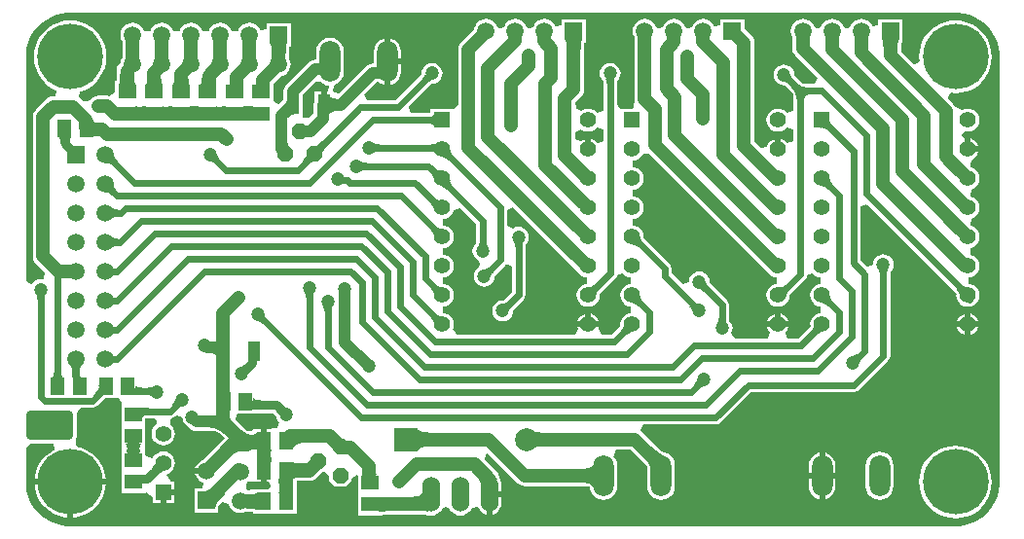
<source format=gbl>
G04*
G04 #@! TF.GenerationSoftware,Altium Limited,Altium Designer,19.1.7 (138)*
G04*
G04 Layer_Physical_Order=2*
G04 Layer_Color=16711680*
%FSLAX25Y25*%
%MOIN*%
G70*
G01*
G75*
%ADD42R,0.05118X0.05906*%
%ADD44R,0.04331X0.06693*%
%ADD46R,0.05906X0.05118*%
%ADD49C,0.03150*%
%ADD50C,0.02362*%
%ADD51C,0.04724*%
%ADD52C,0.03937*%
G04:AMPARAMS|DCode=53|XSize=157.48mil|YSize=98.43mil|CornerRadius=9.84mil|HoleSize=0mil|Usage=FLASHONLY|Rotation=180.000|XOffset=0mil|YOffset=0mil|HoleType=Round|Shape=RoundedRectangle|*
%AMROUNDEDRECTD53*
21,1,0.15748,0.07874,0,0,180.0*
21,1,0.13780,0.09843,0,0,180.0*
1,1,0.01968,-0.06890,0.03937*
1,1,0.01968,0.06890,0.03937*
1,1,0.01968,0.06890,-0.03937*
1,1,0.01968,-0.06890,-0.03937*
%
%ADD53ROUNDEDRECTD53*%
%ADD54C,0.05512*%
%ADD55R,0.05512X0.05512*%
%ADD56C,0.05906*%
%ADD57R,0.05906X0.05906*%
%ADD58P,0.05629X8X22.5*%
%ADD59P,0.05629X8X112.5*%
%ADD60O,0.06000X0.12000*%
%ADD61O,0.07050X0.14100*%
%ADD62R,0.05906X0.05906*%
%ADD63C,0.05543*%
%ADD64R,0.05543X0.05543*%
%ADD65R,0.07874X0.07874*%
%ADD66C,0.07874*%
%ADD67C,0.22441*%
%ADD68C,0.04724*%
G36*
X496331Y336512D02*
X496233Y336370D01*
X496146Y336134D01*
X496070Y335803D01*
X496007Y335378D01*
X495914Y334244D01*
X495862Y331835D01*
X491138D01*
X491132Y332733D01*
X490930Y335803D01*
X490854Y336134D01*
X490767Y336370D01*
X490669Y336512D01*
X490559Y336559D01*
X496441D01*
X496331Y336512D01*
D02*
G37*
G36*
X387831D02*
X387733Y336370D01*
X387646Y336134D01*
X387571Y335803D01*
X387507Y335378D01*
X387414Y334244D01*
X387362Y331835D01*
X382638D01*
X382632Y332733D01*
X382430Y335803D01*
X382354Y336134D01*
X382267Y336370D01*
X382169Y336512D01*
X382059Y336559D01*
X387941D01*
X387831Y336512D01*
D02*
G37*
G36*
X286807Y335201D02*
X286709Y335059D01*
X286622Y334823D01*
X286547Y334492D01*
X286483Y334067D01*
X286391Y332933D01*
X286339Y330524D01*
X281614D01*
X281608Y331421D01*
X281406Y334492D01*
X281331Y334823D01*
X281244Y335059D01*
X281146Y335201D01*
X281036Y335248D01*
X286917D01*
X286807Y335201D01*
D02*
G37*
G36*
X336476Y322638D02*
X336341Y322630D01*
X336201Y322603D01*
X336055Y322558D01*
X335904Y322494D01*
X335748Y322411D01*
X335587Y322309D01*
X335420Y322189D01*
X335247Y322050D01*
X334886Y321716D01*
X333216Y323386D01*
X333392Y323569D01*
X333689Y323920D01*
X333809Y324086D01*
X333911Y324248D01*
X333994Y324404D01*
X334058Y324555D01*
X334103Y324701D01*
X334130Y324841D01*
X334138Y324976D01*
X336476Y322638D01*
D02*
G37*
G36*
X399064Y323212D02*
X398984Y323094D01*
X398913Y322959D01*
X398851Y322807D01*
X398799Y322638D01*
X398757Y322451D01*
X398724Y322248D01*
X398700Y322028D01*
X398681Y321537D01*
X396319D01*
X396314Y321791D01*
X396276Y322248D01*
X396243Y322451D01*
X396201Y322638D01*
X396149Y322807D01*
X396087Y322959D01*
X396017Y323094D01*
X395936Y323212D01*
X395847Y323313D01*
X399153D01*
X399064Y323212D01*
D02*
G37*
G36*
X252958Y324128D02*
X253097Y322137D01*
X253161Y321817D01*
X253236Y321568D01*
X253323Y321390D01*
X253421Y321283D01*
X253531Y321248D01*
X247650D01*
X247760Y321283D01*
X247858Y321390D01*
X247945Y321568D01*
X248020Y321817D01*
X248084Y322137D01*
X248136Y322528D01*
X248205Y323523D01*
X248228Y324803D01*
X252953D01*
X252958Y324128D01*
D02*
G37*
G36*
X243707Y324475D02*
X243845Y322244D01*
X243909Y321885D01*
X243984Y321606D01*
X244071Y321407D01*
X244169Y321288D01*
X244279Y321248D01*
X238398D01*
X238508Y321288D01*
X238606Y321407D01*
X238693Y321606D01*
X238768Y321885D01*
X238832Y322244D01*
X238884Y322682D01*
X238953Y323797D01*
X238976Y325232D01*
X243701D01*
X243707Y324475D01*
D02*
G37*
G36*
X234455Y325075D02*
X234657Y322004D01*
X234732Y321673D01*
X234819Y321437D01*
X234917Y321295D01*
X235027Y321248D01*
X229146D01*
X229256Y321295D01*
X229354Y321437D01*
X229441Y321673D01*
X229516Y322004D01*
X229580Y322429D01*
X229672Y323563D01*
X229724Y325972D01*
X234449D01*
X234455Y325075D01*
D02*
G37*
G36*
X271838Y321248D02*
X267035Y321236D01*
X267053Y321260D01*
X267068Y321335D01*
X267081Y321458D01*
X267103Y321852D01*
X267126Y323701D01*
X271850D01*
X271838Y321248D01*
D02*
G37*
G36*
X262586D02*
X257035Y321236D01*
X257171Y321267D01*
X257292Y321360D01*
X257398Y321514D01*
X257491Y321730D01*
X257569Y322008D01*
X257633Y322348D01*
X257683Y322749D01*
X257740Y323736D01*
X257747Y324322D01*
X262472D01*
X262586Y321248D01*
D02*
G37*
G36*
X459370Y324341D02*
X459397Y324201D01*
X459442Y324055D01*
X459506Y323904D01*
X459589Y323748D01*
X459691Y323587D01*
X459811Y323419D01*
X459950Y323247D01*
X460284Y322886D01*
X458614Y321216D01*
X458431Y321392D01*
X458080Y321689D01*
X457913Y321809D01*
X457752Y321911D01*
X457596Y321994D01*
X457445Y322058D01*
X457299Y322103D01*
X457159Y322130D01*
X457024Y322138D01*
X459362Y324476D01*
X459370Y324341D01*
D02*
G37*
G36*
X518709Y345593D02*
X520626Y345079D01*
X522460Y344320D01*
X524179Y343327D01*
X525754Y342119D01*
X527158Y340715D01*
X528367Y339140D01*
X529359Y337421D01*
X530119Y335587D01*
X530632Y333669D01*
X530892Y331701D01*
Y330709D01*
Y185039D01*
Y184047D01*
X530632Y182079D01*
X530119Y180161D01*
X529359Y178327D01*
X528367Y176608D01*
X527158Y175033D01*
X525754Y173629D01*
X524179Y172421D01*
X522460Y171428D01*
X520626Y170669D01*
X518709Y170155D01*
X516741Y169896D01*
X211606D01*
X209638Y170155D01*
X207721Y170668D01*
X205887Y171428D01*
X204168Y172421D01*
X202593Y173629D01*
X201189Y175032D01*
X199981Y176607D01*
X198988Y178326D01*
X198228Y180160D01*
X197714Y182077D01*
X197455Y184045D01*
X197455Y185039D01*
Y196382D01*
X198819Y198186D01*
X206951D01*
X207366Y196099D01*
X207033Y195962D01*
X205393Y194957D01*
X203930Y193707D01*
X202681Y192245D01*
X201676Y190604D01*
X200940Y188827D01*
X200491Y186957D01*
X200419Y186039D01*
X224778D01*
X224706Y186957D01*
X224257Y188827D01*
X223521Y190604D01*
X222516Y192245D01*
X221266Y193707D01*
X219804Y194957D01*
X218164Y195962D01*
X216386Y196698D01*
X215161Y196992D01*
X214702Y197835D01*
X214460Y198607D01*
X214436Y199246D01*
X214638Y199549D01*
X214806Y200394D01*
Y208268D01*
X214763Y208484D01*
X215744Y210163D01*
X216173Y210571D01*
X220263D01*
X221185Y210754D01*
X221966Y211277D01*
X224469Y213779D01*
X229358Y213779D01*
X230118Y212008D01*
X230118Y211693D01*
Y206614D01*
X230118Y204528D01*
X230118Y202441D01*
Y197047D01*
X230118D01*
Y196260D01*
X230118D01*
Y188779D01*
X230118D01*
X230118Y186693D01*
Y181299D01*
X238386D01*
Y181299D01*
X238646Y181379D01*
X240732Y179835D01*
Y177779D01*
X243488D01*
Y181535D01*
X244488D01*
Y182535D01*
X248244D01*
Y185291D01*
X246937D01*
X246757Y185407D01*
X245712Y187378D01*
X246068Y187928D01*
X246474Y188096D01*
X247296Y188727D01*
X247927Y189550D01*
X248324Y190508D01*
X248459Y191535D01*
X248324Y192563D01*
X247927Y193521D01*
X247296Y194343D01*
X246474Y194974D01*
X245516Y195371D01*
X244488Y195506D01*
X243460Y195371D01*
X242503Y194974D01*
X241680Y194343D01*
X241049Y193521D01*
X240952Y193286D01*
X240472Y192998D01*
X238386Y194180D01*
Y196260D01*
X238386D01*
Y197047D01*
X238386D01*
Y202441D01*
X238386Y204527D01*
X238386Y206843D01*
X241646D01*
X242125Y205799D01*
X242219Y204757D01*
X241680Y204343D01*
X241049Y203521D01*
X240652Y202563D01*
X240517Y201535D01*
X240652Y200508D01*
X241049Y199550D01*
X241680Y198728D01*
X242503Y198097D01*
X243460Y197700D01*
X244488Y197564D01*
X245516Y197700D01*
X246474Y198097D01*
X247296Y198728D01*
X247927Y199550D01*
X248324Y200508D01*
X248459Y201535D01*
X248324Y202563D01*
X247927Y203521D01*
X247296Y204343D01*
X246757Y204757D01*
X246805Y205825D01*
X247231Y206919D01*
X247772Y207027D01*
X248553Y207549D01*
X248932Y207928D01*
X250260Y207504D01*
X250986Y207030D01*
X251060Y206461D01*
X251378Y205695D01*
X251883Y205037D01*
X252541Y204532D01*
X252643Y204490D01*
X253671Y203462D01*
X254328Y202958D01*
X255095Y202640D01*
X255917Y202532D01*
X261931D01*
X262232Y202438D01*
X262902Y202163D01*
X263566Y201825D01*
X263636Y201782D01*
X265418Y200000D01*
X257898Y192480D01*
X257229Y192203D01*
X256404Y191569D01*
X255770Y190744D01*
X255372Y189782D01*
X255368Y189750D01*
X259223D01*
Y187750D01*
X255368D01*
X255372Y187718D01*
X255770Y186757D01*
X256404Y185931D01*
X257229Y185298D01*
X258191Y184899D01*
X257826Y182884D01*
X255089D01*
Y174617D01*
X263357D01*
Y176833D01*
X264930Y178177D01*
X266835Y177531D01*
X266839Y177504D01*
X267255Y176498D01*
X267918Y175634D01*
X268781Y174972D01*
X269787Y174555D01*
X270866Y174413D01*
X271945Y174555D01*
X272495Y174783D01*
X275197D01*
Y174213D01*
X280591D01*
X282677Y174213D01*
X284764Y174213D01*
X290158D01*
Y178311D01*
X290188Y178543D01*
Y185403D01*
X294468D01*
X295393Y185524D01*
X296255Y185881D01*
X296996Y186449D01*
X298891Y188345D01*
X299509Y188345D01*
X301337Y187222D01*
Y185235D01*
X303228Y183345D01*
X307009D01*
X308899Y185235D01*
Y186219D01*
X310986Y187410D01*
X311190Y187289D01*
Y185039D01*
X311221Y184807D01*
Y181102D01*
X311221D01*
X311221Y179016D01*
Y173622D01*
X319488D01*
Y173985D01*
X334284D01*
X335129Y173635D01*
X336221Y173492D01*
X337312Y173635D01*
X338329Y174056D01*
X339202Y174727D01*
X339873Y175600D01*
X340138Y176241D01*
X341183Y176437D01*
X341258D01*
X342303Y176241D01*
X342568Y175600D01*
X343238Y174727D01*
X344112Y174056D01*
X345129Y173635D01*
X346220Y173492D01*
X347312Y173635D01*
X348329Y174056D01*
X349202Y174727D01*
X349873Y175600D01*
X350122Y176202D01*
X352222Y176587D01*
X352385Y176515D01*
X352727Y175691D01*
X353368Y174856D01*
X354203Y174215D01*
X355176Y173812D01*
X355221Y173806D01*
Y180709D01*
X356221D01*
Y181709D01*
X360255D01*
Y183709D01*
X360118Y184753D01*
X359794Y185533D01*
Y185906D01*
X359673Y186830D01*
X359315Y187692D01*
X358748Y188433D01*
X354459Y192722D01*
X354421Y192883D01*
X355199Y194932D01*
X355507Y194951D01*
X365859Y184599D01*
X366599Y184031D01*
X367461Y183674D01*
X368386Y183552D01*
X390089D01*
X390385Y183437D01*
X390564Y183333D01*
X390690Y182372D01*
X391164Y181228D01*
X391919Y180245D01*
X392902Y179490D01*
X394047Y179016D01*
X395275Y178854D01*
X396504Y179016D01*
X397649Y179490D01*
X398632Y180245D01*
X399386Y181228D01*
X399860Y182372D01*
X400022Y183601D01*
Y190651D01*
X399860Y191879D01*
X399386Y193024D01*
X398679Y193946D01*
X398721Y194236D01*
X399420Y196032D01*
X404525D01*
X410214Y190343D01*
Y183601D01*
X410376Y182372D01*
X410850Y181228D01*
X411605Y180245D01*
X412588Y179490D01*
X413733Y179016D01*
X414961Y178854D01*
X416190Y179016D01*
X417335Y179490D01*
X418318Y180245D01*
X419072Y181228D01*
X419546Y182372D01*
X419708Y183601D01*
Y190651D01*
X419546Y191879D01*
X419072Y193024D01*
X418318Y194007D01*
X417335Y194762D01*
X416190Y195236D01*
X415315Y195351D01*
X408533Y202133D01*
X407925Y202600D01*
X407915Y202822D01*
X409024Y204686D01*
X433670D01*
X434591Y204870D01*
X435373Y205392D01*
X445880Y215899D01*
X481021D01*
X481943Y216082D01*
X482724Y216604D01*
X492703Y226583D01*
X493225Y227364D01*
X493408Y228286D01*
Y256882D01*
X493527Y256973D01*
X494095Y257713D01*
X494452Y258575D01*
X494574Y259500D01*
X494452Y260425D01*
X494095Y261287D01*
X493527Y262027D01*
X492787Y262595D01*
X491925Y262952D01*
X491000Y263074D01*
X490075Y262952D01*
X489213Y262595D01*
X488473Y262027D01*
X487905Y261287D01*
X487548Y260425D01*
X487460Y259756D01*
X486727Y259278D01*
X485406Y258859D01*
X483204Y261062D01*
Y279337D01*
X485290Y280201D01*
X516058Y249433D01*
X516002Y249000D01*
X516137Y247968D01*
X516536Y247007D01*
X517169Y246181D01*
X517995Y245547D01*
X518956Y245149D01*
X519988Y245013D01*
X521020Y245149D01*
X521233Y245237D01*
X521422Y245275D01*
X521582Y245382D01*
X521981Y245547D01*
X522807Y246181D01*
X523441Y247007D01*
X523839Y247968D01*
X523975Y249000D01*
X523839Y250032D01*
X523441Y250993D01*
X522807Y251819D01*
X521981Y252453D01*
X521020Y252851D01*
X520285Y252948D01*
Y255052D01*
X521020Y255149D01*
X521981Y255547D01*
X522807Y256181D01*
X523441Y257007D01*
X523839Y257968D01*
X523975Y259000D01*
X523839Y260032D01*
X523441Y260993D01*
X522807Y261819D01*
X521981Y262453D01*
X521020Y262851D01*
X520781Y264987D01*
X520836Y265125D01*
X521020Y265149D01*
X521981Y265547D01*
X522807Y266181D01*
X523441Y267007D01*
X523839Y267968D01*
X523975Y269000D01*
X523839Y270032D01*
X523441Y270993D01*
X522807Y271819D01*
X521981Y272453D01*
X521313Y272730D01*
X521000Y273042D01*
X521007Y273737D01*
X521603Y275391D01*
X521981Y275547D01*
X522807Y276181D01*
X523441Y277007D01*
X523839Y277968D01*
X523975Y279000D01*
X523839Y280032D01*
X523441Y280993D01*
X522807Y281819D01*
X521981Y282453D01*
X521024Y282849D01*
X520851Y283022D01*
X520921Y283909D01*
X521483Y285341D01*
X521981Y285547D01*
X522807Y286181D01*
X523441Y287007D01*
X523839Y287968D01*
X523975Y289000D01*
X523839Y290032D01*
X523441Y290993D01*
X522807Y291819D01*
X521981Y292453D01*
X521313Y292730D01*
X520839Y293203D01*
X520892Y294041D01*
X521464Y295529D01*
X521890Y295706D01*
X522678Y296310D01*
X523283Y297098D01*
X523656Y298000D01*
X519988D01*
Y299000D01*
X518988D01*
Y302926D01*
X518409Y303209D01*
X517626Y303915D01*
X518152Y304402D01*
X519353Y305097D01*
X519988Y305013D01*
X521020Y305149D01*
X521981Y305547D01*
X522807Y306181D01*
X523441Y307007D01*
X523839Y307968D01*
X523975Y309000D01*
X523839Y310032D01*
X523441Y310993D01*
X522807Y311819D01*
X521981Y312453D01*
X521020Y312851D01*
X519988Y312987D01*
X518956Y312851D01*
X518126Y312507D01*
X517924Y312473D01*
X517252Y312663D01*
X515823Y313343D01*
X515595Y313893D01*
X515027Y314633D01*
X513253Y316408D01*
X513531Y317429D01*
X514223Y318389D01*
X515748Y318269D01*
X517694Y318422D01*
X519592Y318878D01*
X521396Y319625D01*
X523060Y320644D01*
X524544Y321912D01*
X525812Y323397D01*
X526832Y325061D01*
X527579Y326865D01*
X528035Y328763D01*
X528188Y330709D01*
X528035Y332655D01*
X527579Y334553D01*
X526832Y336356D01*
X525812Y338021D01*
X524544Y339505D01*
X523060Y340773D01*
X521396Y341793D01*
X519592Y342540D01*
X517694Y342995D01*
X515748Y343149D01*
X513802Y342995D01*
X511904Y342540D01*
X510100Y341793D01*
X508436Y340773D01*
X506952Y339505D01*
X505684Y338021D01*
X504664Y336356D01*
X503917Y334553D01*
X503461Y332655D01*
X503308Y330709D01*
X503428Y329183D01*
X502468Y328492D01*
X501447Y328213D01*
X497074Y332587D01*
Y335366D01*
X497634D01*
Y343634D01*
X489366D01*
Y341593D01*
X487280Y341178D01*
X487111Y341585D01*
X486448Y342448D01*
X485585Y343111D01*
X484579Y343527D01*
X483500Y343670D01*
X482421Y343527D01*
X481415Y343111D01*
X480552Y342448D01*
X479889Y341585D01*
X479590Y340862D01*
X478500Y340641D01*
X477410Y340862D01*
X477111Y341585D01*
X476448Y342448D01*
X475585Y343111D01*
X474579Y343527D01*
X473500Y343670D01*
X472421Y343527D01*
X471415Y343111D01*
X470552Y342448D01*
X469889Y341585D01*
X469590Y340862D01*
X468500Y340641D01*
X467410Y340862D01*
X467111Y341585D01*
X466448Y342448D01*
X465585Y343111D01*
X464579Y343527D01*
X463500Y343670D01*
X462421Y343527D01*
X461415Y343111D01*
X460552Y342448D01*
X459889Y341585D01*
X459473Y340579D01*
X459331Y339500D01*
X459473Y338421D01*
X459889Y337415D01*
X459926Y337367D01*
Y333570D01*
X460048Y332645D01*
X460405Y331783D01*
X460973Y331043D01*
X468520Y323495D01*
X467656Y321409D01*
X463498D01*
X460554Y324352D01*
X460574Y324500D01*
X460452Y325425D01*
X460095Y326287D01*
X459527Y327027D01*
X458787Y327595D01*
X457925Y327952D01*
X457000Y328074D01*
X456075Y327952D01*
X455213Y327595D01*
X454473Y327027D01*
X453905Y326287D01*
X453548Y325425D01*
X453426Y324500D01*
X453548Y323575D01*
X453905Y322713D01*
X454473Y321973D01*
X455213Y321405D01*
X456075Y321048D01*
X457000Y320926D01*
X457148Y320946D01*
X460091Y318002D01*
Y312178D01*
X458005Y311526D01*
X457780Y311819D01*
X456954Y312453D01*
X455993Y312851D01*
X454961Y312987D01*
X453929Y312851D01*
X452967Y312453D01*
X452142Y311819D01*
X451508Y310993D01*
X451110Y310032D01*
X450974Y309000D01*
X451110Y307968D01*
X451508Y307007D01*
X452142Y306181D01*
X452967Y305547D01*
X453929Y305149D01*
X454961Y305013D01*
X455993Y305149D01*
X456954Y305547D01*
X457780Y306181D01*
X458005Y306474D01*
X460091Y305822D01*
Y301792D01*
X459262Y301390D01*
X458005Y301228D01*
X457651Y301690D01*
X456863Y302294D01*
X455961Y302668D01*
Y299000D01*
X453961D01*
Y302668D01*
X453059Y302294D01*
X452271Y301690D01*
X451666Y300902D01*
X451286Y299985D01*
X449105Y299405D01*
X446881Y301629D01*
Y335563D01*
X446759Y336488D01*
X446402Y337350D01*
X445834Y338090D01*
X443504Y340420D01*
Y343634D01*
X435236D01*
Y341593D01*
X433150Y341178D01*
X432981Y341585D01*
X432318Y342448D01*
X431455Y343111D01*
X430449Y343527D01*
X429370Y343670D01*
X428291Y343527D01*
X427285Y343111D01*
X426422Y342448D01*
X425759Y341585D01*
X425460Y340862D01*
X424370Y340641D01*
X423280Y340862D01*
X422981Y341585D01*
X422318Y342448D01*
X421455Y343111D01*
X420449Y343527D01*
X419370Y343670D01*
X418291Y343527D01*
X417285Y343111D01*
X416422Y342448D01*
X415759Y341585D01*
X415460Y340862D01*
X414370Y340641D01*
X413280Y340862D01*
X412981Y341585D01*
X412318Y342448D01*
X411455Y343111D01*
X410449Y343527D01*
X409370Y343670D01*
X408291Y343527D01*
X407285Y343111D01*
X406422Y342448D01*
X405759Y341585D01*
X405343Y340579D01*
X405201Y339500D01*
X405343Y338421D01*
X405759Y337415D01*
X405796Y337367D01*
Y316258D01*
X405918Y315333D01*
X406040Y315039D01*
X405660Y314002D01*
X405431Y313596D01*
X404810Y312953D01*
X401008Y312953D01*
X399908Y314584D01*
Y322382D01*
X400027Y322473D01*
X400595Y323213D01*
X400952Y324075D01*
X401074Y325000D01*
X400952Y325925D01*
X400595Y326787D01*
X400027Y327527D01*
X399287Y328095D01*
X398425Y328452D01*
X397500Y328574D01*
X396575Y328452D01*
X395713Y328095D01*
X394973Y327527D01*
X394405Y326787D01*
X394048Y325925D01*
X393926Y325000D01*
X394048Y324075D01*
X394405Y323213D01*
X394973Y322473D01*
X395092Y322382D01*
Y312285D01*
X393005Y311577D01*
X392819Y311819D01*
X391993Y312453D01*
X391032Y312851D01*
X390000Y312987D01*
X388968Y312851D01*
X388007Y312453D01*
X387661Y312187D01*
X386055Y312729D01*
X385725Y312996D01*
X385657Y315103D01*
X387527Y316973D01*
X388095Y317713D01*
X388452Y318575D01*
X388574Y319500D01*
Y335366D01*
X389134D01*
Y343634D01*
X380866D01*
Y341593D01*
X378780Y341178D01*
X378611Y341585D01*
X377948Y342448D01*
X377085Y343111D01*
X376079Y343527D01*
X375000Y343670D01*
X373921Y343527D01*
X372915Y343111D01*
X372052Y342448D01*
X371389Y341585D01*
X371090Y340862D01*
X370000Y340641D01*
X368910Y340862D01*
X368611Y341585D01*
X367948Y342448D01*
X367085Y343111D01*
X366079Y343527D01*
X365000Y343670D01*
X363921Y343527D01*
X362915Y343111D01*
X362052Y342448D01*
X361389Y341585D01*
X361090Y340862D01*
X360000Y340641D01*
X358910Y340862D01*
X358611Y341585D01*
X357948Y342448D01*
X357085Y343111D01*
X356079Y343527D01*
X355000Y343670D01*
X353921Y343527D01*
X352915Y343111D01*
X352052Y342448D01*
X351389Y341585D01*
X350973Y340579D01*
X350916Y340151D01*
X346449Y335684D01*
X345881Y334944D01*
X345524Y334082D01*
X345403Y333157D01*
Y314439D01*
X343953Y312953D01*
X343316Y312953D01*
X336047D01*
Y311408D01*
X329265D01*
X328401Y313495D01*
X336352Y321446D01*
X336500Y321426D01*
X337425Y321548D01*
X338287Y321905D01*
X339027Y322473D01*
X339595Y323213D01*
X339952Y324075D01*
X340074Y325000D01*
X339952Y325925D01*
X339595Y326787D01*
X339027Y327527D01*
X338287Y328095D01*
X337425Y328452D01*
X336500Y328574D01*
X335575Y328452D01*
X334713Y328095D01*
X333973Y327527D01*
X333405Y326787D01*
X333048Y325925D01*
X332926Y325000D01*
X332946Y324852D01*
X323833Y315739D01*
X314128D01*
X313263Y317826D01*
X317432Y321995D01*
X318383D01*
X318978Y321538D01*
X320079Y321082D01*
X320260Y321058D01*
Y329016D01*
Y336973D01*
X320079Y336949D01*
X318978Y336493D01*
X318033Y335768D01*
X317308Y334823D01*
X316852Y333722D01*
X316696Y332541D01*
Y328348D01*
X316117D01*
X315294Y328240D01*
X314528Y327923D01*
X313870Y327418D01*
X304661Y318209D01*
X302575Y318717D01*
X302560Y318769D01*
X302803Y320906D01*
X303948Y321380D01*
X304931Y322134D01*
X305685Y323117D01*
X306159Y324262D01*
X306321Y325491D01*
Y332541D01*
X306159Y333769D01*
X305685Y334914D01*
X304931Y335897D01*
X303948Y336651D01*
X302803Y337126D01*
X301574Y337287D01*
X300346Y337126D01*
X299201Y336651D01*
X298218Y335897D01*
X297463Y334914D01*
X296989Y333769D01*
X296828Y332541D01*
Y329726D01*
X296431D01*
X295609Y329618D01*
X294843Y329300D01*
X294185Y328796D01*
X286575Y321186D01*
X286070Y320528D01*
X285753Y319762D01*
X285645Y318940D01*
Y318898D01*
X285433D01*
Y315803D01*
X284003Y314643D01*
X282134Y315489D01*
X282134Y317047D01*
Y318665D01*
X282164Y318898D01*
Y321323D01*
X284995Y324154D01*
X285055Y324162D01*
X286061Y324578D01*
X286925Y325241D01*
X287587Y326104D01*
X288004Y327110D01*
X288146Y328189D01*
X288004Y329268D01*
X287587Y330274D01*
X287550Y330322D01*
Y334055D01*
X288110D01*
Y342323D01*
X279842D01*
Y340282D01*
X277756Y339867D01*
X277587Y340274D01*
X276925Y341137D01*
X276061Y341800D01*
X275056Y342216D01*
X273976Y342358D01*
X272897Y342216D01*
X271892Y341800D01*
X271028Y341137D01*
X270366Y340274D01*
X270066Y339551D01*
X268976Y339330D01*
X267886Y339551D01*
X267587Y340274D01*
X266925Y341137D01*
X266061Y341800D01*
X265055Y342216D01*
X263976Y342358D01*
X262897Y342216D01*
X261892Y341800D01*
X261028Y341137D01*
X260366Y340274D01*
X260066Y339551D01*
X258976Y339330D01*
X257887Y339551D01*
X257587Y340274D01*
X256925Y341137D01*
X256061Y341800D01*
X255055Y342216D01*
X253976Y342358D01*
X252897Y342216D01*
X251892Y341800D01*
X251028Y341137D01*
X250365Y340274D01*
X250066Y339551D01*
X248976Y339330D01*
X247886Y339551D01*
X247587Y340274D01*
X246925Y341137D01*
X246061Y341800D01*
X245056Y342216D01*
X243976Y342358D01*
X242897Y342216D01*
X241892Y341800D01*
X241028Y341137D01*
X240366Y340274D01*
X240066Y339551D01*
X238976Y339330D01*
X237887Y339551D01*
X237587Y340274D01*
X236925Y341137D01*
X236061Y341800D01*
X235055Y342216D01*
X233976Y342358D01*
X232897Y342216D01*
X231892Y341800D01*
X231028Y341137D01*
X230365Y340274D01*
X229949Y339268D01*
X229807Y338189D01*
X229949Y337110D01*
X230365Y336104D01*
X230402Y336056D01*
Y330322D01*
X230365Y330274D01*
X229949Y329268D01*
X229881Y328753D01*
X229559Y328507D01*
X228992Y327766D01*
X228635Y326905D01*
X228513Y325980D01*
Y322441D01*
X227953D01*
Y318632D01*
X226338Y317397D01*
X225866Y317265D01*
X225197Y317353D01*
X222244D01*
X221319Y317232D01*
X220457Y316875D01*
X219717Y316307D01*
X219347Y315824D01*
X218651Y315520D01*
X217211Y315387D01*
X215577Y316828D01*
X215932Y318755D01*
X216443Y318878D01*
X218246Y319625D01*
X219910Y320644D01*
X221395Y321912D01*
X222662Y323397D01*
X223682Y325061D01*
X224429Y326865D01*
X224885Y328763D01*
X225038Y330709D01*
X224885Y332655D01*
X224429Y334553D01*
X223682Y336356D01*
X222662Y338021D01*
X221395Y339505D01*
X219910Y340773D01*
X218246Y341793D01*
X216443Y342540D01*
X214545Y342995D01*
X212598Y343149D01*
X210652Y342995D01*
X208754Y342540D01*
X206951Y341793D01*
X205286Y340773D01*
X203802Y339505D01*
X202534Y338021D01*
X201514Y336356D01*
X200767Y334553D01*
X200312Y332655D01*
X200159Y330709D01*
X200312Y328763D01*
X200767Y326865D01*
X201514Y325061D01*
X202534Y323397D01*
X203802Y321912D01*
X205286Y320644D01*
X206951Y319625D01*
X207872Y319243D01*
X207457Y317157D01*
X206890D01*
X206890Y317157D01*
X205965Y317035D01*
X205103Y316678D01*
X204363Y316110D01*
X200819Y312566D01*
X200251Y311826D01*
X199894Y310964D01*
X199773Y310039D01*
Y262402D01*
X199894Y261477D01*
X200251Y260615D01*
X200819Y259875D01*
X203806Y256888D01*
X203446Y254624D01*
X203280Y254463D01*
X202559Y254558D01*
X201634Y254436D01*
X200772Y254079D01*
X200032Y253511D01*
X199541Y252872D01*
X199328Y252857D01*
X197455Y253686D01*
X197455Y330711D01*
X197455Y331703D01*
X197714Y333671D01*
X198228Y335588D01*
X198988Y337422D01*
X199981Y339141D01*
X201189Y340716D01*
X202593Y342119D01*
X204168Y343327D01*
X205887Y344320D01*
X207721Y345079D01*
X209638Y345593D01*
X211606Y345852D01*
X516741D01*
X518709Y345593D01*
D02*
G37*
G36*
X461660Y321534D02*
X462015Y321250D01*
X462383Y321000D01*
X462766Y320782D01*
X463162Y320599D01*
X463572Y320448D01*
X463996Y320331D01*
X464434Y320248D01*
X464886Y320198D01*
X465351Y320181D01*
X466043Y317819D01*
X465594Y317795D01*
X465193Y317724D01*
X464839Y317606D01*
X464532Y317441D01*
X464272Y317228D01*
X464059Y316968D01*
X463894Y316661D01*
X463776Y316307D01*
X463705Y315905D01*
X463681Y315457D01*
X461319Y316149D01*
X461302Y316614D01*
X461252Y317066D01*
X461169Y317504D01*
X461052Y317928D01*
X460901Y318338D01*
X460718Y318734D01*
X460500Y319117D01*
X460250Y319485D01*
X459966Y319840D01*
X459649Y320181D01*
X461319Y321851D01*
X461660Y321534D01*
D02*
G37*
G36*
X298218Y322134D02*
X299201Y321380D01*
X300346Y320906D01*
X301125Y320803D01*
X300989Y318717D01*
X300409D01*
Y314370D01*
X298409D01*
Y318717D01*
X296244D01*
Y315237D01*
X296144Y314995D01*
X296036Y314173D01*
Y311451D01*
X294354Y309789D01*
X292144Y309824D01*
X292126Y309842D01*
Y317752D01*
X296614Y322239D01*
X298218Y322134D01*
D02*
G37*
G36*
X275059Y313615D02*
X276563Y313602D01*
Y308878D01*
X275059Y308813D01*
Y308673D01*
X275012Y308712D01*
X274870Y308747D01*
X274634Y308778D01*
X274480Y308788D01*
X271838Y308673D01*
Y308856D01*
X270335Y308878D01*
Y313602D01*
X271838Y313655D01*
Y313768D01*
X271886Y313736D01*
X272027Y313708D01*
X272264Y313683D01*
X272438Y313676D01*
X275059Y313768D01*
Y313615D01*
D02*
G37*
G36*
X256705Y313603D02*
X258256Y313583D01*
Y308858D01*
X256705Y308798D01*
Y308673D01*
X256658Y308709D01*
X256516Y308740D01*
X256280Y308768D01*
X256144Y308776D01*
X253531Y308673D01*
Y308838D01*
X251980Y308858D01*
Y313583D01*
X253531Y313643D01*
Y313768D01*
X253578Y313732D01*
X253720Y313701D01*
X253957Y313673D01*
X254092Y313665D01*
X256705Y313768D01*
Y313603D01*
D02*
G37*
G36*
X265957Y313600D02*
X267311Y313583D01*
Y308858D01*
X265957Y308805D01*
Y308673D01*
X265910Y308709D01*
X265768Y308740D01*
X265532Y308768D01*
X265317Y308780D01*
X262586Y308673D01*
Y308841D01*
X261232Y308858D01*
Y313583D01*
X262586Y313636D01*
Y313768D01*
X262634Y313732D01*
X262775Y313701D01*
X263012Y313673D01*
X263226Y313661D01*
X265957Y313768D01*
Y313600D01*
D02*
G37*
G36*
X247650D02*
X249004Y313583D01*
Y308858D01*
X247650Y308805D01*
Y308673D01*
X247603Y308709D01*
X247461Y308740D01*
X247225Y308768D01*
X247010Y308780D01*
X244279Y308673D01*
Y308841D01*
X242925Y308858D01*
Y313583D01*
X244279Y313636D01*
Y313768D01*
X244327Y313732D01*
X244468Y313701D01*
X244705Y313673D01*
X244919Y313661D01*
X247650Y313768D01*
Y313600D01*
D02*
G37*
G36*
X238398D02*
X239752Y313583D01*
Y308858D01*
X238398Y308805D01*
Y308673D01*
X238351Y308709D01*
X238209Y308740D01*
X237973Y308768D01*
X237758Y308780D01*
X235027Y308673D01*
Y308841D01*
X233673Y308858D01*
Y313583D01*
X235027Y313636D01*
Y313768D01*
X235075Y313732D01*
X235216Y313701D01*
X235453Y313673D01*
X235667Y313661D01*
X238398Y313768D01*
Y313600D01*
D02*
G37*
G36*
X289012Y311048D02*
X288938Y311120D01*
X288819Y311132D01*
X288654Y311083D01*
X288444Y310973D01*
X288189Y310803D01*
X287889Y310572D01*
X287152Y309928D01*
X286234Y309041D01*
X283451Y311825D01*
X284103Y312485D01*
X286252Y314904D01*
X286459Y315212D01*
X286593Y315461D01*
X286653Y315652D01*
X286638Y315784D01*
X289012Y311048D01*
D02*
G37*
G36*
X301599Y317418D02*
X301707Y317162D01*
X301888Y316936D01*
X302141Y316740D01*
X302466Y316574D01*
X302863Y316439D01*
X303332Y316333D01*
X303874Y316258D01*
X304488Y316213D01*
X305174Y316198D01*
Y312261D01*
X304488Y312248D01*
X303332Y312150D01*
X302863Y312065D01*
X302466Y311954D01*
X302141Y311820D01*
X301888Y311660D01*
X301707Y311477D01*
X301599Y311268D01*
X301563Y311036D01*
Y317705D01*
X301599Y317418D01*
D02*
G37*
G36*
X337252Y306638D02*
X337229Y306862D01*
X337158Y307063D01*
X337039Y307240D01*
X336873Y307394D01*
X336659Y307524D01*
X336398Y307630D01*
X336089Y307713D01*
X335733Y307772D01*
X335329Y307807D01*
X334878Y307819D01*
Y310181D01*
X335329Y310193D01*
X335733Y310228D01*
X336089Y310287D01*
X336398Y310370D01*
X336659Y310476D01*
X336873Y310606D01*
X337039Y310760D01*
X337158Y310937D01*
X337229Y311138D01*
X337252Y311362D01*
Y306638D01*
D02*
G37*
G36*
X395092Y305715D02*
Y301831D01*
X394543Y301548D01*
X393005Y301279D01*
X392690Y301690D01*
X391902Y302294D01*
X391000Y302668D01*
Y299000D01*
X389000D01*
Y302668D01*
X388098Y302294D01*
X387661Y301959D01*
X386379Y302314D01*
X385574Y302855D01*
Y304883D01*
X386055Y305271D01*
X387661Y305813D01*
X388007Y305547D01*
X388968Y305149D01*
X390000Y305013D01*
X391032Y305149D01*
X391993Y305547D01*
X392819Y306181D01*
X393005Y306423D01*
X395092Y305715D01*
D02*
G37*
G36*
X472610Y309538D02*
X472549Y309316D01*
X472554Y309063D01*
X472624Y308777D01*
X472760Y308459D01*
X472961Y308109D01*
X473227Y307726D01*
X473559Y307312D01*
X474418Y306386D01*
X472893Y304570D01*
X472401Y305046D01*
X471523Y305792D01*
X471136Y306062D01*
X470784Y306265D01*
X470468Y306399D01*
X470186Y306465D01*
X469940Y306462D01*
X469729Y306392D01*
X469553Y306253D01*
X472736Y309727D01*
X472610Y309538D01*
D02*
G37*
G36*
X220675Y308559D02*
X220765Y308456D01*
X220914Y308366D01*
X221122Y308288D01*
X221390Y308222D01*
X221718Y308167D01*
X222105Y308125D01*
X223057Y308077D01*
X223622Y308071D01*
Y303346D01*
X220657Y303359D01*
X220645Y308673D01*
X220675Y308559D01*
D02*
G37*
G36*
X213177Y303359D02*
X213030Y303334D01*
X212898Y303261D01*
X212782Y303139D01*
X212681Y302968D01*
X212595Y302748D01*
X212526Y302480D01*
X212471Y302162D01*
X212433Y301796D01*
X212402Y300917D01*
X209252D01*
X209243Y301383D01*
X209174Y302168D01*
X209113Y302486D01*
X209035Y302756D01*
X208940Y302977D01*
X208827Y303149D01*
X208698Y303272D01*
X208550Y303345D01*
X208386Y303370D01*
X213177Y303359D01*
D02*
G37*
G36*
X300597Y300226D02*
X300128Y299740D01*
X299391Y298870D01*
X299122Y298486D01*
X298921Y298135D01*
X298786Y297818D01*
X298718Y297534D01*
X298716Y297284D01*
X298782Y297068D01*
X298915Y296885D01*
X295586Y300214D01*
X295769Y300081D01*
X295985Y300016D01*
X296235Y300017D01*
X296518Y300085D01*
X296836Y300220D01*
X297187Y300421D01*
X297571Y300690D01*
X297989Y301025D01*
X298927Y301896D01*
X300597Y300226D01*
D02*
G37*
G36*
X286831Y303186D02*
X286987Y301543D01*
X287125Y300878D01*
X287301Y300316D01*
X287517Y299859D01*
X287771Y299506D01*
X288065Y299257D01*
X288399Y299112D01*
X288771Y299070D01*
X283751Y298932D01*
X283584Y298824D01*
X283435Y298852D01*
X283303Y299016D01*
X283190Y299316D01*
X283093Y299751D01*
X283014Y300322D01*
X282909Y301870D01*
X282874Y303961D01*
X286811Y304163D01*
X286831Y303186D01*
D02*
G37*
G36*
X316749Y301170D02*
X316867Y301090D01*
X317002Y301019D01*
X317154Y300957D01*
X317323Y300905D01*
X317509Y300863D01*
X317712Y300830D01*
X317933Y300806D01*
X318424Y300787D01*
Y298425D01*
X318170Y298421D01*
X317712Y298383D01*
X317509Y298350D01*
X317323Y298307D01*
X317154Y298255D01*
X317002Y298194D01*
X316867Y298123D01*
X316749Y298042D01*
X316648Y297953D01*
Y301260D01*
X316749Y301170D01*
D02*
G37*
G36*
X337644Y297540D02*
X337525Y297708D01*
X337388Y297859D01*
X337232Y297991D01*
X337058Y298107D01*
X336865Y298204D01*
X336654Y298284D01*
X336425Y298345D01*
X336177Y298390D01*
X335911Y298416D01*
X335626Y298425D01*
X336219Y300787D01*
X336501Y300793D01*
X337030Y300836D01*
X337275Y300874D01*
X337509Y300922D01*
X337730Y300981D01*
X337939Y301051D01*
X338136Y301132D01*
X338321Y301224D01*
X338493Y301326D01*
X337644Y297540D01*
D02*
G37*
G36*
X342780Y298760D02*
X342809Y298549D01*
X342858Y298338D01*
X342928Y298129D01*
X343019Y297920D01*
X343131Y297711D01*
X343263Y297504D01*
X343416Y297297D01*
X343590Y297092D01*
X343784Y296886D01*
X342114Y295216D01*
X341909Y295410D01*
X341703Y295584D01*
X341496Y295737D01*
X341289Y295869D01*
X341080Y295981D01*
X340872Y296072D01*
X340662Y296142D01*
X340451Y296192D01*
X340240Y296220D01*
X340028Y296229D01*
X342771Y298972D01*
X342780Y298760D01*
D02*
G37*
G36*
X297091Y295062D02*
X296909Y295194D01*
X296692Y295260D01*
X296442Y295259D01*
X296159Y295191D01*
X295842Y295056D01*
X295491Y294854D01*
X295106Y294586D01*
X294688Y294250D01*
X293751Y293379D01*
X292080Y295050D01*
X292549Y295535D01*
X293286Y296405D01*
X293555Y296790D01*
X293757Y297141D01*
X293891Y297458D01*
X293959Y297742D01*
X293961Y297991D01*
X293895Y298208D01*
X293763Y298391D01*
X297091Y295062D01*
D02*
G37*
G36*
X263000Y297085D02*
X263027Y296945D01*
X263072Y296799D01*
X263136Y296649D01*
X263219Y296492D01*
X263321Y296330D01*
X263441Y296164D01*
X263580Y295991D01*
X263914Y295631D01*
X262244Y293960D01*
X262060Y294137D01*
X261711Y294433D01*
X261543Y294553D01*
X261382Y294655D01*
X261226Y294738D01*
X261074Y294802D01*
X260929Y294847D01*
X260788Y294874D01*
X260653Y294882D01*
X262992Y297220D01*
X263000Y297085D01*
D02*
G37*
G36*
X227474Y297322D02*
X227537Y297074D01*
X227625Y296823D01*
X227736Y296570D01*
X227871Y296315D01*
X228031Y296058D01*
X228215Y295797D01*
X228423Y295535D01*
X228911Y295004D01*
X227172Y293402D01*
X226956Y293604D01*
X226737Y293782D01*
X226515Y293935D01*
X226290Y294063D01*
X226063Y294167D01*
X225833Y294246D01*
X225600Y294301D01*
X225363Y294331D01*
X225125Y294336D01*
X224883Y294316D01*
X227435Y297568D01*
X227474Y297322D01*
D02*
G37*
G36*
X312418Y294871D02*
X312536Y294791D01*
X312671Y294720D01*
X312823Y294658D01*
X312992Y294606D01*
X313178Y294564D01*
X313382Y294531D01*
X313602Y294507D01*
X314093Y294488D01*
Y292126D01*
X313839Y292121D01*
X313382Y292084D01*
X313178Y292050D01*
X312992Y292008D01*
X312823Y291956D01*
X312671Y291895D01*
X312536Y291824D01*
X312418Y291743D01*
X312317Y291653D01*
Y294961D01*
X312418Y294871D01*
D02*
G37*
G36*
X337721Y292424D02*
X337927Y292253D01*
X338135Y292106D01*
X338342Y291982D01*
X338550Y291883D01*
X338758Y291807D01*
X338966Y291755D01*
X339174Y291727D01*
X339383Y291722D01*
X339592Y291741D01*
X337251Y288647D01*
X337216Y288852D01*
X337163Y289057D01*
X337092Y289261D01*
X337004Y289466D01*
X336898Y289670D01*
X336774Y289875D01*
X336632Y290079D01*
X336473Y290283D01*
X336101Y290690D01*
X337514Y292618D01*
X337721Y292424D01*
D02*
G37*
G36*
X472771Y288808D02*
X472803Y288597D01*
X472856Y288386D01*
X472928Y288177D01*
X473021Y287968D01*
X473134Y287760D01*
X473267Y287553D01*
X473421Y287347D01*
X473595Y287141D01*
X473789Y286936D01*
X472151Y285234D01*
X471945Y285429D01*
X471739Y285602D01*
X471533Y285754D01*
X471325Y285885D01*
X471117Y285995D01*
X470908Y286084D01*
X470698Y286152D01*
X470487Y286199D01*
X470275Y286225D01*
X470063Y286229D01*
X472760Y289020D01*
X472771Y288808D01*
D02*
G37*
G36*
X342705Y288313D02*
X342705Y288106D01*
X342730Y287899D01*
X342779Y287691D01*
X342852Y287484D01*
X342949Y287277D01*
X343071Y287070D01*
X343217Y286863D01*
X343387Y286656D01*
X343582Y286449D01*
X341604Y285086D01*
X341401Y285281D01*
X340994Y285620D01*
X340791Y285763D01*
X340588Y285889D01*
X340385Y285998D01*
X340182Y286090D01*
X339980Y286164D01*
X339778Y286221D01*
X339575Y286261D01*
X342730Y288521D01*
X342705Y288313D01*
D02*
G37*
G36*
X227461Y286968D02*
X227491Y286726D01*
X227542Y286487D01*
X227614Y286251D01*
X227709Y286019D01*
X227824Y285791D01*
X227961Y285566D01*
X228120Y285345D01*
X228300Y285127D01*
X228502Y284913D01*
X226831Y283243D01*
X226617Y283444D01*
X226399Y283624D01*
X226178Y283783D01*
X225954Y283920D01*
X225725Y284035D01*
X225493Y284130D01*
X225258Y284202D01*
X225019Y284254D01*
X224776Y284283D01*
X224530Y284292D01*
X227453Y287215D01*
X227461Y286968D01*
D02*
G37*
G36*
X337502Y282292D02*
X337709Y282122D01*
X337915Y281978D01*
X338121Y281860D01*
X338326Y281768D01*
X338531Y281702D01*
X338735Y281661D01*
X338939Y281646D01*
X339142Y281656D01*
X339344Y281693D01*
X337295Y278398D01*
X337244Y278591D01*
X337177Y278785D01*
X337094Y278980D01*
X336995Y279176D01*
X336879Y279374D01*
X336748Y279573D01*
X336436Y279974D01*
X336256Y280176D01*
X336060Y280380D01*
X337294Y282487D01*
X337502Y282292D01*
D02*
G37*
G36*
X226789Y279143D02*
X226981Y278992D01*
X227187Y278859D01*
X227404Y278744D01*
X227635Y278647D01*
X227878Y278567D01*
X228134Y278505D01*
X228403Y278461D01*
X228684Y278434D01*
X228978Y278425D01*
Y276063D01*
X228684Y276054D01*
X228403Y276028D01*
X228134Y275983D01*
X227878Y275921D01*
X227635Y275841D01*
X227404Y275744D01*
X227187Y275629D01*
X226981Y275496D01*
X226789Y275345D01*
X226609Y275177D01*
Y279311D01*
X226789Y279143D01*
D02*
G37*
G36*
X338091Y272590D02*
X338297Y272416D01*
X338504Y272263D01*
X338711Y272131D01*
X338919Y272019D01*
X339128Y271928D01*
X339338Y271858D01*
X339549Y271809D01*
X339760Y271780D01*
X339972Y271771D01*
X337229Y269028D01*
X337220Y269240D01*
X337192Y269451D01*
X337142Y269662D01*
X337072Y269871D01*
X336981Y270080D01*
X336869Y270289D01*
X336737Y270496D01*
X336584Y270703D01*
X336410Y270908D01*
X336216Y271114D01*
X337886Y272784D01*
X338091Y272590D01*
D02*
G37*
G36*
X355123Y267382D02*
X355161Y266925D01*
X355194Y266722D01*
X355236Y266536D01*
X355288Y266367D01*
X355350Y266214D01*
X355420Y266079D01*
X355501Y265961D01*
X355591Y265860D01*
X352284D01*
X352373Y265961D01*
X352453Y266079D01*
X352524Y266214D01*
X352586Y266367D01*
X352638Y266536D01*
X352680Y266722D01*
X352713Y266925D01*
X352737Y267145D01*
X352756Y267636D01*
X355118D01*
X355123Y267382D01*
D02*
G37*
G36*
X367705Y267110D02*
X367625Y266991D01*
X367554Y266856D01*
X367493Y266704D01*
X367441Y266535D01*
X367398Y266349D01*
X367365Y266146D01*
X367342Y265926D01*
X367323Y265435D01*
X364961D01*
X364956Y265689D01*
X364918Y266146D01*
X364885Y266349D01*
X364843Y266535D01*
X364791Y266704D01*
X364729Y266856D01*
X364658Y266991D01*
X364578Y267110D01*
X364488Y267211D01*
X367795D01*
X367705Y267110D01*
D02*
G37*
G36*
X407748Y269083D02*
X407797Y268876D01*
X407864Y268670D01*
X407950Y268464D01*
X408053Y268258D01*
X408175Y268053D01*
X408315Y267848D01*
X408473Y267643D01*
X408650Y267439D01*
X408845Y267235D01*
X407388Y265351D01*
X407182Y265546D01*
X406975Y265717D01*
X406768Y265865D01*
X406560Y265990D01*
X406352Y266091D01*
X406144Y266170D01*
X405935Y266225D01*
X405725Y266256D01*
X405516Y266265D01*
X405305Y266250D01*
X407717Y269290D01*
X407748Y269083D01*
D02*
G37*
G36*
X226789Y269143D02*
X226981Y268992D01*
X227187Y268859D01*
X227404Y268744D01*
X227635Y268647D01*
X227878Y268567D01*
X228134Y268505D01*
X228403Y268461D01*
X228684Y268434D01*
X228978Y268425D01*
Y266063D01*
X228684Y266054D01*
X228403Y266028D01*
X228134Y265983D01*
X227878Y265921D01*
X227635Y265842D01*
X227404Y265744D01*
X227187Y265629D01*
X226981Y265496D01*
X226789Y265346D01*
X226609Y265177D01*
Y269311D01*
X226789Y269143D01*
D02*
G37*
G36*
X492564Y257712D02*
X492484Y257594D01*
X492413Y257459D01*
X492351Y257307D01*
X492299Y257137D01*
X492257Y256951D01*
X492224Y256748D01*
X492200Y256528D01*
X492181Y256037D01*
X489819D01*
X489814Y256291D01*
X489776Y256748D01*
X489743Y256951D01*
X489701Y257137D01*
X489649Y257307D01*
X489587Y257459D01*
X489516Y257594D01*
X489436Y257712D01*
X489347Y257813D01*
X492654D01*
X492564Y257712D01*
D02*
G37*
G36*
X357615Y257125D02*
X357438Y256942D01*
X357142Y256592D01*
X357021Y256425D01*
X356920Y256264D01*
X356837Y256107D01*
X356773Y255956D01*
X356728Y255811D01*
X356701Y255670D01*
X356693Y255535D01*
X354354Y257874D01*
X354489Y257882D01*
X354630Y257909D01*
X354775Y257954D01*
X354926Y258018D01*
X355083Y258101D01*
X355244Y258203D01*
X355411Y258323D01*
X355584Y258462D01*
X355944Y258796D01*
X357615Y257125D01*
D02*
G37*
G36*
X458860Y250690D02*
X458665Y250486D01*
X458329Y250078D01*
X458187Y249874D01*
X458063Y249670D01*
X457957Y249465D01*
X457868Y249260D01*
X457798Y249056D01*
X457745Y248851D01*
X457709Y248646D01*
X455370Y251741D01*
X455578Y251722D01*
X455787Y251726D01*
X455996Y251755D01*
X456204Y251807D01*
X456412Y251882D01*
X456619Y251982D01*
X456827Y252105D01*
X457034Y252252D01*
X457241Y252423D01*
X457447Y252618D01*
X458860Y250690D01*
D02*
G37*
G36*
X430323Y253385D02*
X430350Y253244D01*
X430395Y253099D01*
X430459Y252948D01*
X430542Y252791D01*
X430644Y252630D01*
X430764Y252463D01*
X430903Y252290D01*
X431237Y251930D01*
X429566Y250259D01*
X429383Y250436D01*
X429033Y250732D01*
X428866Y250852D01*
X428705Y250954D01*
X428548Y251037D01*
X428397Y251101D01*
X428252Y251147D01*
X428111Y251173D01*
X427976Y251181D01*
X430315Y253520D01*
X430323Y253385D01*
D02*
G37*
G36*
X393784Y251114D02*
X393590Y250908D01*
X393416Y250703D01*
X393263Y250496D01*
X393131Y250289D01*
X393019Y250080D01*
X392928Y249871D01*
X392858Y249662D01*
X392809Y249451D01*
X392780Y249240D01*
X392771Y249028D01*
X390028Y251771D01*
X390240Y251780D01*
X390451Y251809D01*
X390662Y251858D01*
X390872Y251928D01*
X391080Y252019D01*
X391289Y252131D01*
X391496Y252263D01*
X391703Y252416D01*
X391909Y252590D01*
X392114Y252784D01*
X393784Y251114D01*
D02*
G37*
G36*
X338091Y252590D02*
X338297Y252416D01*
X338504Y252263D01*
X338711Y252131D01*
X338919Y252019D01*
X339128Y251928D01*
X339338Y251858D01*
X339549Y251809D01*
X339760Y251780D01*
X339972Y251771D01*
X337229Y249028D01*
X337220Y249240D01*
X337192Y249451D01*
X337142Y249662D01*
X337072Y249871D01*
X336981Y250080D01*
X336869Y250289D01*
X336737Y250496D01*
X336584Y250703D01*
X336410Y250908D01*
X336216Y251114D01*
X337886Y252784D01*
X338091Y252590D01*
D02*
G37*
G36*
X518014Y252565D02*
X518220Y252392D01*
X518427Y252240D01*
X518635Y252109D01*
X518843Y252000D01*
X519052Y251911D01*
X519262Y251844D01*
X519473Y251798D01*
X519684Y251774D01*
X519897Y251770D01*
X517217Y248964D01*
X517204Y249175D01*
X517171Y249386D01*
X517118Y249597D01*
X517044Y249806D01*
X516951Y250015D01*
X516837Y250222D01*
X516704Y250430D01*
X516549Y250636D01*
X516375Y250841D01*
X516181Y251046D01*
X517809Y252759D01*
X518014Y252565D01*
D02*
G37*
G36*
X296052Y249787D02*
X295972Y249669D01*
X295901Y249534D01*
X295839Y249381D01*
X295787Y249212D01*
X295745Y249026D01*
X295712Y248823D01*
X295688Y248603D01*
X295669Y248112D01*
X293307D01*
X293302Y248366D01*
X293265Y248823D01*
X293232Y249026D01*
X293189Y249212D01*
X293137Y249381D01*
X293076Y249534D01*
X293005Y249669D01*
X292924Y249787D01*
X292835Y249888D01*
X296142D01*
X296052Y249787D01*
D02*
G37*
G36*
X204123Y249196D02*
X204043Y249078D01*
X203972Y248943D01*
X203910Y248791D01*
X203858Y248622D01*
X203816Y248436D01*
X203783Y248233D01*
X203759Y248012D01*
X203740Y247521D01*
X201378D01*
X201373Y247775D01*
X201335Y248233D01*
X201302Y248436D01*
X201260Y248622D01*
X201208Y248791D01*
X201147Y248943D01*
X201076Y249078D01*
X200995Y249196D01*
X200905Y249297D01*
X204213D01*
X204123Y249196D01*
D02*
G37*
G36*
X386905Y256541D02*
X387181Y256181D01*
X388007Y255547D01*
X388968Y255149D01*
X389696Y255053D01*
X389704Y255042D01*
Y252948D01*
X388968Y252851D01*
X388007Y252453D01*
X387181Y251819D01*
X386547Y250993D01*
X386149Y250032D01*
X386013Y249000D01*
X386149Y247968D01*
X386547Y247007D01*
X387181Y246181D01*
X388007Y245547D01*
X388968Y245149D01*
X390000Y245013D01*
X391032Y245149D01*
X391993Y245547D01*
X392819Y246181D01*
X393453Y247007D01*
X393851Y247968D01*
X393987Y249000D01*
X393919Y249513D01*
X399203Y254797D01*
X399725Y255578D01*
X399798Y255942D01*
X401504Y256435D01*
X401961Y256417D01*
X402142Y256181D01*
X402967Y255547D01*
X403929Y255149D01*
X404664Y255052D01*
Y252948D01*
X403929Y252851D01*
X402967Y252453D01*
X402142Y251819D01*
X401508Y250993D01*
X401110Y250032D01*
X400974Y249000D01*
X401110Y247968D01*
X401508Y247007D01*
X402142Y246181D01*
X402967Y245547D01*
X403929Y245149D01*
X404664Y245052D01*
Y242958D01*
X404657Y242947D01*
X403929Y242851D01*
X402967Y242453D01*
X402142Y241819D01*
X401508Y240993D01*
X401110Y240032D01*
X400974Y239000D01*
X401042Y238487D01*
X398042Y235487D01*
X394689D01*
X394122Y236142D01*
X393492Y237574D01*
X393668Y238000D01*
X386332D01*
X386508Y237574D01*
X385878Y236142D01*
X385311Y235487D01*
X344917D01*
X344419Y236004D01*
X343688Y237574D01*
X343851Y237968D01*
X343987Y239000D01*
X343851Y240032D01*
X343453Y240993D01*
X342819Y241819D01*
X341993Y242453D01*
X341032Y242851D01*
X340296Y242948D01*
Y245042D01*
X340304Y245053D01*
X341032Y245149D01*
X341993Y245547D01*
X342819Y246181D01*
X343453Y247007D01*
X343851Y247968D01*
X343987Y249000D01*
X343851Y250032D01*
X343453Y250993D01*
X342819Y251819D01*
X341993Y252453D01*
X341032Y252851D01*
X340296Y252948D01*
Y255042D01*
X340304Y255053D01*
X341032Y255149D01*
X341993Y255547D01*
X342819Y256181D01*
X343453Y257007D01*
X343851Y257968D01*
X343987Y259000D01*
X343851Y260032D01*
X343453Y260993D01*
X342819Y261819D01*
X341993Y262453D01*
X341032Y262851D01*
X340296Y262948D01*
Y265052D01*
X341032Y265149D01*
X341993Y265547D01*
X342819Y266181D01*
X343453Y267007D01*
X343851Y267968D01*
X343987Y269000D01*
X343851Y270032D01*
X343453Y270993D01*
X342819Y271819D01*
X341993Y272453D01*
X341032Y272851D01*
X340296Y272948D01*
Y275042D01*
X340304Y275053D01*
X341032Y275149D01*
X341993Y275547D01*
X342819Y276181D01*
X343453Y277007D01*
X343851Y277968D01*
X343872Y278131D01*
X345993Y278962D01*
X351529Y273426D01*
Y266791D01*
X351410Y266700D01*
X350842Y265960D01*
X350485Y265098D01*
X350363Y264173D01*
X350485Y263248D01*
X350842Y262386D01*
X351410Y261646D01*
X352150Y261078D01*
X352604Y260890D01*
X352843Y259602D01*
X352704Y258673D01*
X352544Y258607D01*
X351804Y258039D01*
X351236Y257299D01*
X350879Y256437D01*
X350757Y255512D01*
X350879Y254587D01*
X351236Y253725D01*
X351804Y252985D01*
X352544Y252417D01*
X353406Y252060D01*
X354331Y251938D01*
X355256Y252060D01*
X356118Y252417D01*
X356858Y252985D01*
X357426Y253725D01*
X357783Y254587D01*
X357905Y255512D01*
X357885Y255660D01*
X361546Y259321D01*
X361647Y259472D01*
X362612Y259407D01*
X363733Y258839D01*
Y250210D01*
X360778Y247255D01*
X360630Y247275D01*
X359705Y247153D01*
X358843Y246796D01*
X358103Y246228D01*
X357535Y245488D01*
X357178Y244626D01*
X357056Y243701D01*
X357178Y242776D01*
X357535Y241914D01*
X358103Y241174D01*
X358843Y240606D01*
X359705Y240249D01*
X360630Y240127D01*
X361555Y240249D01*
X362417Y240606D01*
X363157Y241174D01*
X363725Y241914D01*
X364082Y242776D01*
X364204Y243701D01*
X364184Y243849D01*
X367845Y247510D01*
X368367Y248291D01*
X368550Y249213D01*
Y266280D01*
X368669Y266371D01*
X369237Y267111D01*
X369594Y267973D01*
X369716Y268898D01*
X369594Y269823D01*
X369237Y270685D01*
X368669Y271425D01*
X367929Y271993D01*
X367067Y272350D01*
X366142Y272471D01*
X365217Y272350D01*
X364355Y271993D01*
X364338Y271979D01*
X362251Y272918D01*
Y278244D01*
X364338Y279108D01*
X386905Y256541D01*
D02*
G37*
G36*
X472768Y248760D02*
X472797Y248549D01*
X472846Y248338D01*
X472917Y248129D01*
X473007Y247920D01*
X473119Y247711D01*
X473251Y247504D01*
X473404Y247297D01*
X473578Y247092D01*
X473772Y246886D01*
X472102Y245216D01*
X471897Y245410D01*
X471691Y245584D01*
X471484Y245737D01*
X471277Y245869D01*
X471069Y245981D01*
X470860Y246072D01*
X470650Y246142D01*
X470439Y246192D01*
X470228Y246220D01*
X470016Y246229D01*
X472760Y248972D01*
X472768Y248760D01*
D02*
G37*
G36*
X407740D02*
X407769Y248549D01*
X407819Y248338D01*
X407889Y248129D01*
X407980Y247920D01*
X408091Y247711D01*
X408224Y247504D01*
X408377Y247297D01*
X408550Y247092D01*
X408744Y246886D01*
X407074Y245216D01*
X406869Y245410D01*
X406663Y245584D01*
X406457Y245737D01*
X406249Y245869D01*
X406041Y245981D01*
X405832Y246072D01*
X405622Y246142D01*
X405412Y246192D01*
X405200Y246220D01*
X404988Y246229D01*
X407732Y248972D01*
X407740Y248760D01*
D02*
G37*
G36*
X426522Y246808D02*
X426872Y246512D01*
X427039Y246392D01*
X427201Y246290D01*
X427357Y246207D01*
X427508Y246143D01*
X427654Y246098D01*
X427794Y246071D01*
X427929Y246063D01*
X425591Y243724D01*
X425583Y243859D01*
X425556Y244000D01*
X425511Y244145D01*
X425446Y244296D01*
X425363Y244453D01*
X425262Y244614D01*
X425142Y244781D01*
X425003Y244954D01*
X424669Y245314D01*
X426339Y246985D01*
X426522Y246808D01*
D02*
G37*
G36*
X363914Y245314D02*
X363738Y245131D01*
X363441Y244781D01*
X363321Y244614D01*
X363219Y244453D01*
X363136Y244296D01*
X363072Y244145D01*
X363027Y244000D01*
X363000Y243859D01*
X362992Y243724D01*
X360653Y246063D01*
X360788Y246071D01*
X360929Y246098D01*
X361074Y246143D01*
X361226Y246207D01*
X361382Y246290D01*
X361543Y246392D01*
X361711Y246512D01*
X361883Y246651D01*
X362244Y246985D01*
X363914Y245314D01*
D02*
G37*
G36*
X302351Y245062D02*
X302271Y244944D01*
X302200Y244809D01*
X302139Y244657D01*
X302087Y244488D01*
X302044Y244302D01*
X302011Y244099D01*
X301987Y243879D01*
X301969Y243387D01*
X299606D01*
X299602Y243641D01*
X299564Y244099D01*
X299531Y244302D01*
X299488Y244488D01*
X299436Y244657D01*
X299375Y244809D01*
X299304Y244944D01*
X299224Y245062D01*
X299134Y245163D01*
X302441D01*
X302351Y245062D01*
D02*
G37*
G36*
X437013Y241004D02*
X437050Y240547D01*
X437083Y240344D01*
X437126Y240158D01*
X437178Y239989D01*
X437239Y239837D01*
X437310Y239702D01*
X437391Y239583D01*
X437480Y239482D01*
X434173D01*
X434263Y239583D01*
X434343Y239702D01*
X434414Y239837D01*
X434476Y239989D01*
X434528Y240158D01*
X434570Y240344D01*
X434603Y240547D01*
X434627Y240767D01*
X434646Y241258D01*
X437008D01*
X437013Y241004D01*
D02*
G37*
G36*
X279142Y242361D02*
X279169Y242221D01*
X279214Y242075D01*
X279278Y241924D01*
X279361Y241768D01*
X279462Y241606D01*
X279583Y241439D01*
X279722Y241267D01*
X280056Y240906D01*
X278385Y239236D01*
X278202Y239412D01*
X277852Y239709D01*
X277685Y239829D01*
X277523Y239931D01*
X277367Y240013D01*
X277216Y240077D01*
X277071Y240123D01*
X276930Y240150D01*
X276795Y240158D01*
X279134Y242496D01*
X279142Y242361D01*
D02*
G37*
G36*
X338091Y242590D02*
X338297Y242416D01*
X338504Y242263D01*
X338711Y242131D01*
X338919Y242019D01*
X339128Y241928D01*
X339338Y241858D01*
X339549Y241809D01*
X339760Y241780D01*
X339972Y241771D01*
X337229Y239028D01*
X337220Y239240D01*
X337192Y239451D01*
X337142Y239662D01*
X337072Y239872D01*
X336981Y240080D01*
X336869Y240289D01*
X336737Y240496D01*
X336584Y240703D01*
X336410Y240909D01*
X336216Y241114D01*
X337886Y242784D01*
X338091Y242590D01*
D02*
G37*
G36*
X469960Y236229D02*
X469748Y236220D01*
X469537Y236192D01*
X469326Y236142D01*
X469117Y236072D01*
X468908Y235981D01*
X468700Y235869D01*
X468492Y235737D01*
X468286Y235584D01*
X468080Y235410D01*
X467875Y235216D01*
X466204Y236886D01*
X466399Y237091D01*
X466572Y237297D01*
X466725Y237504D01*
X466857Y237711D01*
X466969Y237919D01*
X467060Y238128D01*
X467130Y238338D01*
X467180Y238549D01*
X467209Y238760D01*
X467217Y238972D01*
X469960Y236229D01*
D02*
G37*
G36*
X404933D02*
X404721Y236220D01*
X404509Y236192D01*
X404299Y236142D01*
X404089Y236072D01*
X403880Y235981D01*
X403672Y235869D01*
X403465Y235737D01*
X403258Y235584D01*
X403052Y235410D01*
X402847Y235216D01*
X401177Y236886D01*
X401371Y237091D01*
X401545Y237297D01*
X401698Y237504D01*
X401830Y237711D01*
X401941Y237919D01*
X402032Y238128D01*
X402103Y238338D01*
X402152Y238549D01*
X402181Y238760D01*
X402189Y238972D01*
X404933Y236229D01*
D02*
G37*
G36*
X410816Y297585D02*
X451881Y256521D01*
X452142Y256181D01*
X452967Y255547D01*
X453929Y255149D01*
X454664Y255052D01*
Y252948D01*
X453929Y252851D01*
X452967Y252453D01*
X452142Y251819D01*
X451508Y250993D01*
X451110Y250032D01*
X450974Y249000D01*
X451110Y247968D01*
X451508Y247007D01*
X452142Y246181D01*
X452967Y245547D01*
X453929Y245149D01*
X454961Y245013D01*
X455993Y245149D01*
X456954Y245547D01*
X457780Y246181D01*
X458413Y247007D01*
X458812Y247968D01*
X458947Y249000D01*
X458943Y249036D01*
X464203Y254297D01*
X464725Y255078D01*
X464866Y255788D01*
X465483Y256112D01*
X466995Y256408D01*
X467169Y256181D01*
X467995Y255547D01*
X468956Y255149D01*
X469692Y255052D01*
Y252948D01*
X468956Y252851D01*
X467995Y252453D01*
X467169Y251819D01*
X466536Y250993D01*
X466137Y250032D01*
X466002Y249000D01*
X466137Y247968D01*
X466536Y247007D01*
X467169Y246181D01*
X467995Y245547D01*
X468956Y245149D01*
X469692Y245052D01*
Y242958D01*
X469685Y242947D01*
X468956Y242851D01*
X467995Y242453D01*
X467169Y241819D01*
X466536Y240993D01*
X466137Y240032D01*
X466002Y239000D01*
X466069Y238487D01*
X461742Y234160D01*
X458277D01*
X457568Y236247D01*
X457651Y236310D01*
X458255Y237098D01*
X458629Y238000D01*
X451293D01*
X451666Y237098D01*
X452271Y236310D01*
X452353Y236247D01*
X451645Y234160D01*
X440134D01*
X439359Y235342D01*
X439021Y236247D01*
X439279Y236870D01*
X439401Y237795D01*
X439279Y238720D01*
X438922Y239582D01*
X438354Y240322D01*
X438235Y240413D01*
Y245669D01*
X438052Y246591D01*
X437530Y247372D01*
X431507Y253395D01*
X431527Y253543D01*
X431405Y254468D01*
X431048Y255330D01*
X430480Y256070D01*
X429740Y256638D01*
X428878Y256995D01*
X427953Y257117D01*
X427028Y256995D01*
X426166Y256638D01*
X425426Y256070D01*
X424858Y255330D01*
X424501Y254468D01*
X424389Y253621D01*
X424151Y253443D01*
X422389Y252671D01*
X418550Y256509D01*
Y258268D01*
X418367Y259189D01*
X417845Y259971D01*
X408932Y268883D01*
X408947Y269000D01*
X408812Y270032D01*
X408413Y270993D01*
X407780Y271819D01*
X406954Y272453D01*
X405993Y272851D01*
X405257Y272948D01*
Y275052D01*
X405993Y275149D01*
X406954Y275547D01*
X407780Y276181D01*
X408413Y277007D01*
X408812Y277968D01*
X408947Y279000D01*
X408812Y280032D01*
X408413Y280993D01*
X407780Y281819D01*
X406954Y282453D01*
X405993Y282851D01*
X405257Y282948D01*
Y285052D01*
X405993Y285149D01*
X406954Y285547D01*
X407780Y286181D01*
X408413Y287007D01*
X408812Y287968D01*
X408947Y289000D01*
X408812Y290032D01*
X408413Y290993D01*
X407780Y291819D01*
X406954Y292453D01*
X405993Y292851D01*
X405257Y292948D01*
Y295052D01*
X405993Y295149D01*
X406954Y295547D01*
X407780Y296181D01*
X408413Y297007D01*
X408445Y297082D01*
X408919Y297356D01*
X410566Y297633D01*
X410816Y297585D01*
D02*
G37*
G36*
X262622Y228154D02*
X262592Y228345D01*
X262502Y228516D01*
X262353Y228666D01*
X262144Y228797D01*
X261875Y228908D01*
X261546Y228998D01*
X261158Y229068D01*
X260711Y229119D01*
X260204Y229149D01*
X259637Y229159D01*
Y233096D01*
X262610Y233256D01*
X262622Y228154D01*
D02*
G37*
G36*
X483993Y227598D02*
X483816Y227415D01*
X483520Y227065D01*
X483399Y226898D01*
X483298Y226736D01*
X483215Y226580D01*
X483151Y226429D01*
X483106Y226283D01*
X483079Y226143D01*
X483071Y226008D01*
X480732Y228346D01*
X480867Y228354D01*
X481008Y228381D01*
X481153Y228427D01*
X481304Y228491D01*
X481461Y228573D01*
X481622Y228675D01*
X481789Y228795D01*
X481961Y228934D01*
X482322Y229268D01*
X483993Y227598D01*
D02*
G37*
G36*
X274423Y223180D02*
X273425Y222070D01*
X271086Y224409D01*
X271117Y224419D01*
X271166Y224448D01*
X271232Y224498D01*
X271419Y224658D01*
X272005Y225218D01*
X272196Y225408D01*
X274423Y223180D01*
D02*
G37*
G36*
X216450Y224999D02*
X216302Y224803D01*
X216172Y224595D01*
X216060Y224375D01*
X215965Y224142D01*
X215887Y223897D01*
X215826Y223640D01*
X215783Y223371D01*
X215757Y223090D01*
X215754Y222994D01*
X215760Y222766D01*
X215795Y222363D01*
X215854Y222007D01*
X215937Y221699D01*
X216043Y221438D01*
X216173Y221224D01*
X216327Y221057D01*
X216504Y220938D01*
X216705Y220867D01*
X216929Y220842D01*
X213201Y220854D01*
X213236Y220878D01*
X213267Y220949D01*
X213295Y221067D01*
X213319Y221232D01*
X213356Y221705D01*
X213380Y222924D01*
X213377Y223032D01*
X213350Y223313D01*
X213304Y223581D01*
X213241Y223836D01*
X213160Y224078D01*
X213060Y224306D01*
X212943Y224522D01*
X212807Y224724D01*
X212653Y224913D01*
X212481Y225089D01*
X216614Y225183D01*
X216450Y224999D01*
D02*
G37*
G36*
X209461Y222765D02*
X209496Y222362D01*
X209555Y222006D01*
X209638Y221697D01*
X209744Y221436D01*
X209874Y221222D01*
X210028Y221056D01*
X210205Y220937D01*
X210405Y220866D01*
X210630Y220842D01*
X205906D01*
X206130Y220866D01*
X206331Y220937D01*
X206508Y221056D01*
X206661Y221222D01*
X206791Y221436D01*
X206898Y221697D01*
X206980Y222006D01*
X207039Y222362D01*
X207075Y222765D01*
X207087Y223216D01*
X209449D01*
X209461Y222765D01*
D02*
G37*
G36*
X429504Y217717D02*
X429369Y217709D01*
X429229Y217682D01*
X429083Y217636D01*
X428932Y217572D01*
X428776Y217490D01*
X428614Y217388D01*
X428447Y217268D01*
X428275Y217129D01*
X427914Y216795D01*
X426244Y218465D01*
X426420Y218648D01*
X426717Y218998D01*
X426837Y219165D01*
X426938Y219327D01*
X427021Y219483D01*
X427085Y219634D01*
X427131Y219780D01*
X427157Y219920D01*
X427166Y220055D01*
X429504Y217717D01*
D02*
G37*
G36*
X267132Y219366D02*
X267334Y216295D01*
X267409Y215964D01*
X267496Y215728D01*
X267595Y215586D01*
X267705Y215539D01*
X262610D01*
X262571Y215586D01*
X262535Y215728D01*
X262504Y215964D01*
X262454Y216720D01*
X262402Y220264D01*
X267126D01*
X267132Y219366D01*
D02*
G37*
G36*
X225597Y214985D02*
X225414Y215117D01*
X225198Y215183D01*
X224948Y215181D01*
X224664Y215113D01*
X224347Y214979D01*
X223996Y214777D01*
X223612Y214509D01*
X223193Y214173D01*
X222256Y213302D01*
X220586Y214973D01*
X221055Y215458D01*
X221792Y216328D01*
X222060Y216713D01*
X222262Y217063D01*
X222397Y217381D01*
X222465Y217664D01*
X222466Y217914D01*
X222400Y218131D01*
X222268Y218313D01*
X225597Y214985D01*
D02*
G37*
G36*
X234854Y218338D02*
X234925Y218137D01*
X235043Y217960D01*
X235209Y217806D01*
X235421Y217676D01*
X235681Y217570D01*
X235988Y217487D01*
X236342Y217428D01*
X236744Y217393D01*
X237193Y217381D01*
Y215019D01*
X234830Y214973D01*
Y218562D01*
X234854Y218338D01*
D02*
G37*
G36*
X240351Y214448D02*
X240266Y214556D01*
X240162Y214653D01*
X240040Y214739D01*
X239899Y214813D01*
X239739Y214876D01*
X239561Y214928D01*
X239363Y214967D01*
X239147Y214996D01*
X238912Y215013D01*
X238659Y215019D01*
X239199Y217381D01*
X239456Y217384D01*
X240123Y217431D01*
X240310Y217459D01*
X240632Y217534D01*
X240767Y217581D01*
X240884Y217634D01*
X240983Y217694D01*
X240351Y214448D01*
D02*
G37*
G36*
X250764Y210827D02*
X250629Y210819D01*
X250488Y210792D01*
X250343Y210747D01*
X250192Y210683D01*
X250036Y210600D01*
X249874Y210498D01*
X249707Y210378D01*
X249535Y210239D01*
X249174Y209905D01*
X247503Y211575D01*
X247680Y211758D01*
X247976Y212108D01*
X248097Y212275D01*
X248198Y212437D01*
X248281Y212593D01*
X248345Y212744D01*
X248391Y212890D01*
X248417Y213030D01*
X248425Y213165D01*
X250764Y210827D01*
D02*
G37*
G36*
X275216Y214268D02*
X275311Y214000D01*
X275468Y213764D01*
X275689Y213559D01*
X275972Y213386D01*
X276319Y213244D01*
X276728Y213134D01*
X277201Y213055D01*
X277736Y213008D01*
X278334Y212992D01*
Y209842D01*
X277736Y209841D01*
X275216Y209693D01*
X275185Y209658D01*
Y214567D01*
X275216Y214268D01*
D02*
G37*
G36*
X285635Y211239D02*
X286530Y210442D01*
X286563Y210433D01*
X284252Y208067D01*
X284242Y208096D01*
X284212Y208143D01*
X284162Y208208D01*
X284002Y208392D01*
X283252Y209167D01*
X285443Y211429D01*
X285635Y211239D01*
D02*
G37*
G36*
X237216Y210742D02*
X237287Y210677D01*
X237405Y210620D01*
X237571Y210571D01*
X237783Y210528D01*
X238043Y210494D01*
X238704Y210448D01*
X239555Y210433D01*
Y208071D01*
X239105Y208059D01*
X238701Y208024D01*
X238346Y207965D01*
X238037Y207882D01*
X237776Y207776D01*
X237562Y207646D01*
X237396Y207492D01*
X237277Y207315D01*
X237205Y207114D01*
X237181Y206890D01*
X237193Y210815D01*
X237216Y210742D01*
D02*
G37*
G36*
X283100Y207614D02*
X283162Y207146D01*
X283519Y206284D01*
X284087Y205544D01*
X284231Y205433D01*
X283523Y203346D01*
X282677D01*
X280666Y203165D01*
X279937D01*
Y199213D01*
X278307D01*
Y196642D01*
X281299D01*
X281314Y196272D01*
X281484D01*
X281449Y196225D01*
X281417Y196083D01*
X281390Y195847D01*
X281354Y195239D01*
X281484Y191917D01*
X281304D01*
X281299Y191547D01*
X276575D01*
X276560Y191917D01*
X276390D01*
X276425Y191964D01*
X276456Y192106D01*
X276484Y192342D01*
X276520Y192950D01*
X276395Y196142D01*
X274527Y196012D01*
X274212Y195937D01*
X273987Y195850D01*
X273852Y195752D01*
X273807Y195642D01*
Y196232D01*
X272563Y196221D01*
X272325Y196221D01*
X272796Y195654D01*
X272457Y195948D01*
X272045Y196102D01*
X271560Y196116D01*
X271002Y195991D01*
X270371Y195725D01*
X269666Y195320D01*
X268888Y194775D01*
X268037Y194090D01*
X266114Y192301D01*
X262914Y195783D01*
X263866Y196742D01*
X266792Y200094D01*
X266334Y200665D01*
X265765Y201277D01*
X265372Y201602D01*
X264674Y202103D01*
X263964Y202537D01*
X263243Y202905D01*
X262509Y203206D01*
X261763Y203439D01*
X261006Y203607D01*
X260236Y203707D01*
X259455Y203740D01*
X264764Y205709D01*
X267126Y207658D01*
X267159Y207440D01*
X267260Y207174D01*
X267427Y206862D01*
X267660Y206502D01*
X269707Y204136D01*
X271330Y202726D01*
X271834Y202359D01*
X272301Y202058D01*
X272732Y201824D01*
X273127Y201657D01*
X273485Y201557D01*
X273807Y201523D01*
X273283Y201018D01*
X273807Y201063D01*
Y201523D01*
X273852Y201413D01*
X273987Y201315D01*
X274212Y201228D01*
X274527Y201153D01*
X274646Y201134D01*
X274689Y201138D01*
X275209Y201247D01*
X275634Y201380D01*
X275965Y201537D01*
X276201Y201718D01*
X276343Y201924D01*
X276390Y202153D01*
Y200985D01*
X277452Y200951D01*
X277937Y200947D01*
Y203165D01*
X275378D01*
Y203165D01*
X274819Y202535D01*
X273145D01*
X273087Y202560D01*
X272825Y202702D01*
X269149Y206378D01*
X269995Y208421D01*
X270090Y208465D01*
X270728Y208465D01*
X276378D01*
Y208638D01*
X282077D01*
X283100Y207614D01*
D02*
G37*
G36*
X371806Y202287D02*
X371941Y202221D01*
X372114Y202161D01*
X372326Y202110D01*
X372577Y202067D01*
X373194Y202004D01*
X373966Y201972D01*
X374410Y201969D01*
Y197244D01*
X373966Y197240D01*
X372577Y197146D01*
X372326Y197102D01*
X372114Y197051D01*
X371941Y196992D01*
X371806Y196925D01*
X371709Y196850D01*
Y202362D01*
X371806Y202287D01*
D02*
G37*
G36*
X305971Y199702D02*
X302542Y196273D01*
X302522Y196309D01*
X302446Y196401D01*
X301875Y197006D01*
X299786Y199117D01*
X303127Y202458D01*
X305971Y199702D01*
D02*
G37*
G36*
X293689Y198425D02*
X292791Y198404D01*
X291988Y198339D01*
X291279Y198231D01*
X290665Y198081D01*
X290145Y197887D01*
X289720Y197650D01*
X289390Y197370D01*
X289153Y197047D01*
X289012Y196681D01*
X288964Y196272D01*
Y202153D01*
X289012Y202343D01*
X289153Y202512D01*
X289390Y202661D01*
X289720Y202791D01*
X290145Y202901D01*
X290665Y202990D01*
X291279Y203060D01*
X292791Y203140D01*
X293689Y203150D01*
Y198425D01*
D02*
G37*
G36*
X331689Y203234D02*
X331831Y202969D01*
X332067Y202734D01*
X332398Y202531D01*
X332823Y202359D01*
X333342Y202219D01*
X333957Y202109D01*
X334665Y202031D01*
X336366Y201969D01*
Y197244D01*
X335468Y197229D01*
X333957Y197103D01*
X333342Y196994D01*
X332823Y196853D01*
X332398Y196681D01*
X332067Y196478D01*
X331831Y196244D01*
X331689Y195978D01*
X331642Y195681D01*
Y203531D01*
X331689Y203234D01*
D02*
G37*
G36*
X236230Y198256D02*
X236231Y198240D01*
X237193D01*
X237008Y198201D01*
X236843Y198083D01*
X236697Y197886D01*
X236571Y197610D01*
X236463Y197256D01*
X236376Y196823D01*
X236359Y196693D01*
X236376Y196484D01*
X236463Y196051D01*
X236571Y195697D01*
X236697Y195421D01*
X236843Y195224D01*
X237008Y195106D01*
X237193Y195067D01*
X236231D01*
X236230Y195051D01*
X236221Y194303D01*
X232283D01*
X232274Y195051D01*
X232273Y195067D01*
X231311D01*
X231496Y195106D01*
X231661Y195224D01*
X231807Y195421D01*
X231933Y195697D01*
X232040Y196051D01*
X232128Y196484D01*
X232145Y196614D01*
X232128Y196823D01*
X232040Y197256D01*
X231933Y197610D01*
X231807Y197886D01*
X231661Y198083D01*
X231496Y198201D01*
X231311Y198240D01*
X232273D01*
X232274Y198256D01*
X232283Y199004D01*
X236221D01*
X236230Y198256D01*
D02*
G37*
G36*
X244461Y188780D02*
X244355Y188769D01*
X244237Y188736D01*
X244106Y188680D01*
X243962Y188602D01*
X243806Y188501D01*
X243637Y188377D01*
X243260Y188060D01*
X242833Y187653D01*
X240606Y189881D01*
X240821Y190100D01*
X241329Y190684D01*
X241453Y190853D01*
X241555Y191009D01*
X241633Y191153D01*
X241689Y191284D01*
X241722Y191402D01*
X241732Y191508D01*
X244461Y188780D01*
D02*
G37*
G36*
X412044Y196922D02*
X414183Y195087D01*
X414658Y194753D01*
X415533Y194233D01*
X415935Y194048D01*
X416312Y193912D01*
X411443Y187500D01*
X411668Y187907D01*
X411769Y188372D01*
X411746Y188894D01*
X411599Y189474D01*
X411328Y190112D01*
X410932Y190807D01*
X410412Y191560D01*
X409768Y192370D01*
X409000Y193238D01*
X408107Y194164D01*
X411448Y197505D01*
X412044Y196922D01*
D02*
G37*
G36*
X317134Y189948D02*
X317254Y188521D01*
X317326Y188172D01*
X317414Y187886D01*
X317518Y187664D01*
X317638Y187505D01*
X317774Y187410D01*
X317925Y187378D01*
X312414Y187390D01*
X312411Y187421D01*
X312407Y187674D01*
X312402Y190551D01*
X317126D01*
X317134Y189948D01*
D02*
G37*
G36*
X289012Y191807D02*
X289153Y191709D01*
X289390Y191622D01*
X289720Y191547D01*
X290145Y191483D01*
X291279Y191391D01*
X293689Y191339D01*
Y186614D01*
X292791Y186608D01*
X289720Y186406D01*
X289390Y186331D01*
X289153Y186244D01*
X289012Y186146D01*
X288964Y186036D01*
Y191917D01*
X289012Y191807D01*
D02*
G37*
G36*
X355140Y190313D02*
X358657Y186316D01*
X358763Y186031D01*
X358670Y185917D01*
X358379Y185976D01*
X357889Y186205D01*
X353230Y182227D01*
X353524Y182565D01*
X353686Y182969D01*
X353718Y183436D01*
X353619Y183968D01*
X353389Y184565D01*
X353027Y185225D01*
X352535Y185950D01*
X351912Y186740D01*
X351158Y187594D01*
X350273Y188512D01*
X353840Y191627D01*
X355140Y190313D01*
D02*
G37*
G36*
X279937Y185024D02*
X280565D01*
X280793Y184773D01*
X281373Y183627D01*
X280714Y182480D01*
X275197D01*
Y182480D01*
X273345Y182117D01*
X272809Y182745D01*
X272870Y183698D01*
X273251Y185202D01*
X273291Y185233D01*
X275378Y185024D01*
X275976Y185024D01*
X277937D01*
Y188976D01*
X279937D01*
Y185024D01*
D02*
G37*
G36*
X238976Y184449D02*
X238635Y184447D01*
X237468Y184374D01*
X237343Y184346D01*
X237253Y184315D01*
X237199Y184280D01*
X237181Y184240D01*
X237193Y187586D01*
X237211Y187589D01*
X237264Y187591D01*
X238976Y187598D01*
Y184449D01*
D02*
G37*
G36*
X391979Y182405D02*
X391930Y182853D01*
X391781Y183254D01*
X391533Y183608D01*
X391186Y183915D01*
X390740Y184174D01*
X390194Y184386D01*
X389550Y184552D01*
X388806Y184669D01*
X387963Y184740D01*
X387021Y184764D01*
Y189488D01*
X387963Y189512D01*
X388806Y189583D01*
X389550Y189700D01*
X390194Y189866D01*
X390740Y190078D01*
X391186Y190337D01*
X391533Y190644D01*
X391781Y190998D01*
X391930Y191399D01*
X391979Y191847D01*
Y182405D01*
D02*
G37*
G36*
X288964Y186012D02*
X288976D01*
X288970Y183661D01*
X288976Y181311D01*
X288964D01*
X288964Y181287D01*
X283870D01*
X283943Y181334D01*
X284008Y181476D01*
X284065Y181712D01*
X284115Y182043D01*
X284191Y182988D01*
X284193Y183050D01*
X284008Y185847D01*
X283943Y185988D01*
X283870Y186036D01*
X288964D01*
X288964Y186012D01*
D02*
G37*
G36*
X265504Y180864D02*
X264869Y180212D01*
X263366Y178452D01*
X262999Y177930D01*
X262698Y177441D01*
X262464Y176985D01*
X262297Y176560D01*
X262197Y176169D01*
X262164Y175810D01*
X256309Y181679D01*
X256675Y181413D01*
X257108Y181280D01*
X257609Y181281D01*
X258176Y181416D01*
X258810Y181684D01*
X259512Y182086D01*
X260281Y182622D01*
X261117Y183292D01*
X262990Y185032D01*
X265504Y180864D01*
D02*
G37*
G36*
X276390Y175406D02*
X276343Y175518D01*
X276201Y175618D01*
X275965Y175706D01*
X275634Y175783D01*
X275209Y175847D01*
X274075Y175942D01*
X271666Y175995D01*
Y180719D01*
X272563Y180725D01*
X275634Y180923D01*
X275965Y180997D01*
X276201Y181083D01*
X276343Y181179D01*
X276390Y181287D01*
Y175406D01*
D02*
G37*
G36*
X335071Y174935D02*
X334931Y174985D01*
X334706Y175029D01*
X334396Y175068D01*
X333523Y175131D01*
X329857Y175197D01*
X328494Y179921D01*
X329500Y179945D01*
X330388Y180016D01*
X331158Y180134D01*
X331809Y180299D01*
X332342Y180512D01*
X332756Y180772D01*
X333052Y181079D01*
X333230Y181433D01*
X333289Y181835D01*
X333230Y182283D01*
X335071Y174935D01*
D02*
G37*
G36*
X323020Y175197D02*
X322122Y175193D01*
X318484Y174953D01*
X318342Y174888D01*
X318295Y174815D01*
Y179909D01*
X323020Y179921D01*
Y175197D01*
D02*
G37*
%LPC*%
G36*
X322260Y336973D02*
Y330016D01*
X325824D01*
Y332541D01*
X325669Y333722D01*
X325213Y334823D01*
X324488Y335768D01*
X323542Y336493D01*
X322442Y336949D01*
X322260Y336973D01*
D02*
G37*
G36*
X325824Y328016D02*
X322260D01*
Y321058D01*
X322442Y321082D01*
X323542Y321538D01*
X324488Y322264D01*
X325213Y323209D01*
X325669Y324309D01*
X325824Y325491D01*
Y328016D01*
D02*
G37*
G36*
X520988Y302668D02*
Y300000D01*
X523656D01*
X523283Y300902D01*
X522678Y301690D01*
X521890Y302294D01*
X520988Y302668D01*
D02*
G37*
G36*
Y242668D02*
Y240000D01*
X523656D01*
X523283Y240902D01*
X522678Y241690D01*
X521890Y242294D01*
X520988Y242668D01*
D02*
G37*
G36*
X518988D02*
X518086Y242294D01*
X517298Y241690D01*
X516694Y240902D01*
X516320Y240000D01*
X518988D01*
Y242668D01*
D02*
G37*
G36*
X523656Y238000D02*
X520988D01*
Y235332D01*
X521890Y235706D01*
X522678Y236310D01*
X523283Y237098D01*
X523656Y238000D01*
D02*
G37*
G36*
X518988D02*
X516320D01*
X516694Y237098D01*
X517298Y236310D01*
X518086Y235706D01*
X518988Y235332D01*
Y238000D01*
D02*
G37*
G36*
X471078Y195083D02*
Y188126D01*
X474642D01*
Y190651D01*
X474487Y191832D01*
X474031Y192933D01*
X473306Y193878D01*
X472360Y194604D01*
X471259Y195060D01*
X471078Y195083D01*
D02*
G37*
G36*
X469078Y195083D02*
X468897Y195060D01*
X467796Y194604D01*
X466851Y193878D01*
X466126Y192933D01*
X465670Y191832D01*
X465514Y190651D01*
Y188126D01*
X469078D01*
Y195083D01*
D02*
G37*
G36*
Y186126D02*
X465514D01*
Y183601D01*
X465670Y182420D01*
X466126Y181319D01*
X466851Y180374D01*
X467796Y179648D01*
X468897Y179192D01*
X469078Y179169D01*
Y186126D01*
D02*
G37*
G36*
X474642D02*
X471078D01*
Y179169D01*
X471259Y179192D01*
X472360Y179648D01*
X473306Y180374D01*
X474031Y181319D01*
X474487Y182420D01*
X474642Y183601D01*
Y186126D01*
D02*
G37*
G36*
X489764Y195398D02*
X488536Y195236D01*
X487391Y194762D01*
X486408Y194007D01*
X485653Y193024D01*
X485179Y191879D01*
X485018Y190651D01*
Y183601D01*
X485179Y182372D01*
X485653Y181228D01*
X486408Y180245D01*
X487391Y179490D01*
X488536Y179016D01*
X489764Y178854D01*
X490993Y179016D01*
X492138Y179490D01*
X493121Y180245D01*
X493875Y181228D01*
X494349Y182372D01*
X494511Y183601D01*
Y190651D01*
X494349Y191879D01*
X493875Y193024D01*
X493121Y194007D01*
X492138Y194762D01*
X490993Y195236D01*
X489764Y195398D01*
D02*
G37*
G36*
X248244Y180535D02*
X245488D01*
Y177779D01*
X248244D01*
Y180535D01*
D02*
G37*
G36*
X360255Y179709D02*
X357221D01*
Y173806D01*
X357265Y173812D01*
X358238Y174215D01*
X359073Y174856D01*
X359715Y175691D01*
X360118Y176664D01*
X360255Y177709D01*
Y179709D01*
D02*
G37*
G36*
X224778Y184039D02*
X213598D01*
Y172860D01*
X214516Y172932D01*
X216386Y173381D01*
X218164Y174117D01*
X219804Y175122D01*
X221266Y176372D01*
X222516Y177834D01*
X223521Y179474D01*
X224257Y181251D01*
X224706Y183122D01*
X224778Y184039D01*
D02*
G37*
G36*
X211598D02*
X200419D01*
X200491Y183122D01*
X200940Y181251D01*
X201676Y179474D01*
X202681Y177834D01*
X203930Y176372D01*
X205393Y175122D01*
X207033Y174117D01*
X208810Y173381D01*
X210681Y172932D01*
X211598Y172860D01*
Y184039D01*
D02*
G37*
G36*
X515748Y197479D02*
X513802Y197326D01*
X511904Y196870D01*
X510100Y196123D01*
X508436Y195104D01*
X506952Y193836D01*
X505684Y192351D01*
X504664Y190687D01*
X503917Y188883D01*
X503461Y186985D01*
X503308Y185039D01*
X503461Y183093D01*
X503917Y181195D01*
X504664Y179392D01*
X505684Y177727D01*
X506952Y176243D01*
X508436Y174975D01*
X510100Y173955D01*
X511904Y173208D01*
X513802Y172753D01*
X515748Y172599D01*
X517694Y172753D01*
X519592Y173208D01*
X521396Y173955D01*
X523060Y174975D01*
X524544Y176243D01*
X525812Y177727D01*
X526832Y179392D01*
X527579Y181195D01*
X528035Y183093D01*
X528188Y185039D01*
X528035Y186985D01*
X527579Y188883D01*
X526832Y190687D01*
X525812Y192351D01*
X524544Y193836D01*
X523060Y195104D01*
X521396Y196123D01*
X519592Y196870D01*
X517694Y197326D01*
X515748Y197479D01*
D02*
G37*
G36*
X391000Y242668D02*
Y240000D01*
X393668D01*
X393294Y240902D01*
X392690Y241690D01*
X391902Y242294D01*
X391000Y242668D01*
D02*
G37*
G36*
X389000D02*
X388098Y242294D01*
X387310Y241690D01*
X386706Y240902D01*
X386332Y240000D01*
X389000D01*
Y242668D01*
D02*
G37*
G36*
X455961D02*
Y240000D01*
X458629D01*
X458255Y240902D01*
X457651Y241690D01*
X456863Y242294D01*
X455961Y242668D01*
D02*
G37*
G36*
X453961D02*
X453059Y242294D01*
X452271Y241690D01*
X451666Y240902D01*
X451293Y240000D01*
X453961D01*
Y242668D01*
D02*
G37*
G36*
X271666Y199459D02*
X270539Y198373D01*
X271666Y197016D01*
Y199459D01*
D02*
G37*
%LPD*%
D42*
X218110Y306299D02*
D03*
X210630D02*
D03*
X215748Y217913D02*
D03*
X208268D02*
D03*
X278937Y188976D02*
D03*
X286417D02*
D03*
Y178347D02*
D03*
X278937D02*
D03*
X286417Y199213D02*
D03*
X278937D02*
D03*
X224803Y217913D02*
D03*
X232283D02*
D03*
X272638Y212598D02*
D03*
X265158D02*
D03*
D44*
X288779Y314370D02*
D03*
X299410D02*
D03*
X275394Y229921D02*
D03*
X264764D02*
D03*
D46*
X234252Y192520D02*
D03*
Y185039D02*
D03*
Y208268D02*
D03*
Y200787D02*
D03*
X241339Y311221D02*
D03*
Y318701D02*
D03*
X232087Y311221D02*
D03*
Y318701D02*
D03*
X278000Y311221D02*
D03*
Y318701D02*
D03*
X268898D02*
D03*
Y311221D02*
D03*
X259646D02*
D03*
Y318701D02*
D03*
X250590D02*
D03*
Y311221D02*
D03*
X315354Y184843D02*
D03*
Y177362D02*
D03*
D49*
X283228Y211417D02*
X286595Y208051D01*
X271062Y222047D02*
X274803Y225787D01*
Y229331D01*
X275394Y229921D01*
X272638Y212598D02*
X273819Y211417D01*
X234252Y185039D02*
X235236Y186024D01*
X238976D01*
X244488Y191535D01*
X210827Y300917D02*
X214500Y297244D01*
X210827Y300917D02*
Y306102D01*
X273819Y211417D02*
X283228D01*
D50*
X202559Y214173D02*
X203753Y212980D01*
X212368D02*
X220263D01*
X203753D02*
X211647D01*
X212356Y212992D02*
X212368Y212980D01*
X211660Y212992D02*
X212356D01*
X211647Y212980D02*
X211660Y212992D01*
X202559Y214173D02*
Y250984D01*
X480795Y260064D02*
Y298339D01*
X471634Y307500D02*
X480795Y298339D01*
X470500Y307500D02*
X471634D01*
X307561Y288386D02*
X308290Y287657D01*
X304921Y288386D02*
X307561D01*
X304331Y288976D02*
X304921Y288386D01*
X246850Y209252D02*
X250787Y213189D01*
X235236Y209252D02*
X246850D01*
X234252Y208268D02*
X235236Y209252D01*
X485126Y283772D02*
X520500Y248398D01*
X455000Y248500D02*
X462500Y256000D01*
X444882Y218307D02*
X481021D01*
X433670Y207095D02*
X444882Y218307D01*
X312197Y207095D02*
X433670D01*
X470022Y289034D02*
X475909Y283146D01*
X441987Y223090D02*
X468576D01*
X430323Y211425D02*
X441987Y223090D01*
X314165Y211425D02*
X430323D01*
X300787Y231102D02*
Y246850D01*
X294488Y231102D02*
X314165Y211425D01*
X294488Y231102D02*
Y251575D01*
X276772Y242520D02*
X312197Y207095D01*
X316134Y215756D02*
X425205D01*
X300787Y231102D02*
X316134Y215756D01*
X263996Y207283D02*
X264193Y207087D01*
X264764Y207658D01*
X241871Y216200D02*
X242323Y215748D01*
X233661Y216200D02*
X241871D01*
X232283Y217578D02*
X233661Y216200D01*
X232283Y217578D02*
Y217913D01*
X220263Y212980D02*
X224803Y217520D01*
Y217913D01*
X214567Y219094D02*
Y227244D01*
X224500D02*
X228437D01*
X224500Y237244D02*
X228437D01*
X224500Y247244D02*
X228437D01*
X224500Y257244D02*
X228437D01*
X214567Y219094D02*
X215748Y217913D01*
X208268D02*
Y257244D01*
X224500Y267244D02*
X229646D01*
X236949Y274547D01*
X231634Y278878D02*
X317607Y278878D01*
X230000Y277244D02*
X231634Y278878D01*
X224500Y277244D02*
X230000D01*
X224500Y287244D02*
X228536Y283209D01*
X325791Y283209D01*
X234687Y287558D02*
X294613D01*
X226718Y295526D02*
X234687Y287558D01*
X210630Y306299D02*
X210827Y306102D01*
X485126Y283772D02*
Y303859D01*
X480795Y260064D02*
X484571Y256288D01*
X469985Y319000D02*
X485126Y303859D01*
X475909Y254799D02*
Y283146D01*
Y254799D02*
X480240Y250469D01*
X286614Y208071D02*
Y208661D01*
X405909Y268500D02*
X416142Y258268D01*
Y255512D02*
Y258268D01*
Y255512D02*
X427953Y243701D01*
X247079Y265886D02*
X312226D01*
X228437Y247244D02*
X247079Y265886D01*
X258417Y257224D02*
X308638D01*
X228437Y227244D02*
X258417Y257224D01*
X252748Y261555D02*
X310432D01*
X228437Y237244D02*
X252748Y261555D01*
X236949Y274547D02*
X315814Y274547D01*
X241409Y270216D02*
X314020D01*
X228437Y257244D02*
X241409Y270216D01*
X291339Y305138D02*
X291358D01*
X480240Y234754D02*
Y250469D01*
X484571Y229846D02*
Y256288D01*
X480709Y225984D02*
X484571Y229846D01*
X491000Y228286D02*
Y259500D01*
X481021Y218307D02*
X491000Y228286D01*
X469988Y249000D02*
X475909Y243079D01*
Y236547D02*
Y243079D01*
X466783Y227421D02*
X475909Y236547D01*
X428880Y227421D02*
X466783D01*
X468576Y223090D02*
X480240Y234754D01*
X426348Y231752D02*
X462740D01*
X419014Y224417D02*
X426348Y231752D01*
X462740D02*
X469988Y239000D01*
X421546Y220087D02*
X428880Y227421D01*
X308290Y287657D02*
X330453D01*
X366142Y249213D02*
Y268898D01*
X360630Y243701D02*
X366142Y249213D01*
X435827Y237795D02*
Y245669D01*
X427953Y253543D02*
X435827Y245669D01*
X359842Y261024D02*
Y279157D01*
X354331Y255512D02*
X359842Y261024D01*
X339394Y299606D02*
X340000Y299000D01*
X314961Y299606D02*
X339394D01*
X339110Y279000D02*
X340000D01*
X330453Y287657D02*
X339110Y279000D01*
X405000Y268500D02*
X405909D01*
X340000Y299000D02*
X359842Y279157D01*
X353937Y264173D02*
Y274424D01*
X340000Y288361D02*
X353937Y274424D01*
X340000Y288361D02*
Y289000D01*
X316055Y309000D02*
X340000D01*
X294613Y287558D02*
X316055Y309000D01*
X334079Y254921D02*
Y262406D01*
X317607Y278878D02*
X334079Y262406D01*
X329748Y249252D02*
Y260613D01*
X315814Y274547D02*
X329748Y260613D01*
X332166Y220087D02*
X421546D01*
X337547Y233079D02*
X399040D01*
X335754Y228748D02*
X403083D01*
X333960Y224417D02*
X419014D01*
X265986Y291888D02*
X290589D01*
X260630Y297244D02*
X265986Y291888D01*
X290589D02*
X296339Y297638D01*
X325791Y283209D02*
X340000Y269000D01*
X325417Y245209D02*
Y258819D01*
X314020Y270216D02*
X325417Y258819D01*
X321087Y243415D02*
Y257025D01*
X312226Y265886D02*
X321087Y257025D01*
X308638Y257224D02*
X312425Y253437D01*
X316756Y241621D02*
Y255231D01*
X310432Y261555D02*
X316756Y255231D01*
X296339Y297638D02*
X312032Y313331D01*
X334079Y254921D02*
X340000Y249000D01*
X329748Y249252D02*
X340000Y239000D01*
X325417Y245209D02*
X337547Y233079D01*
X321087Y243415D02*
X335754Y228748D01*
X312425Y239827D02*
Y253437D01*
X316756Y241621D02*
X333960Y224417D01*
X312425Y239827D02*
X332166Y220087D01*
X310630Y293307D02*
X335155D01*
X339462Y289000D01*
X312032Y313331D02*
X324831D01*
X339462Y289000D02*
X340000D01*
X324831Y313331D02*
X336500Y325000D01*
X399040Y233079D02*
X404961Y239000D01*
Y249000D02*
X410882Y243079D01*
Y236547D02*
Y243079D01*
X425205Y215756D02*
X429528Y220079D01*
X403083Y228748D02*
X410882Y236547D01*
X520500Y247500D02*
Y248398D01*
X462500Y319000D02*
X469985D01*
X457000Y324500D02*
X462500Y319000D01*
X397500Y256500D02*
Y325000D01*
X390000Y249000D02*
X397500Y256500D01*
X462500Y256000D02*
Y319000D01*
D51*
X264764Y207658D02*
Y212598D01*
Y229921D01*
X278307Y198583D02*
X278937Y199213D01*
X270866Y198583D02*
X278307D01*
X270866Y199173D02*
Y199606D01*
X264764Y205709D02*
X270866Y199606D01*
X264764Y205709D02*
Y207658D01*
X260050Y178750D02*
X270374Y189075D01*
X259223Y178750D02*
X260050D01*
X270866Y178583D02*
X271092Y178357D01*
X278139D01*
X268465Y197992D02*
X270276D01*
X259223Y188750D02*
X268465Y197992D01*
X270276D02*
X270866Y198583D01*
X208504Y257244D02*
X214500D01*
X203346Y262402D02*
X208504Y257244D01*
X277980Y311240D02*
X278000Y311260D01*
X225197Y304134D02*
X264370D01*
X223622Y305709D02*
X225197Y304134D01*
X218307Y305709D02*
X223622D01*
X227756Y311221D02*
X232087D01*
X225197Y313779D02*
X227756Y311221D01*
X222244Y313779D02*
X225197D01*
X218110Y305906D02*
X218307Y305709D01*
X218110Y305906D02*
Y306299D01*
X264370Y304134D02*
X266142Y302362D01*
X213583Y313583D02*
X217913Y309252D01*
Y306496D02*
Y309252D01*
Y306496D02*
X218110Y306299D01*
X206890Y313583D02*
X213583D01*
X203346Y310039D02*
X206890Y313583D01*
X203346Y262402D02*
Y310039D01*
X419370Y335906D02*
Y339500D01*
X416732Y333268D02*
X419370Y335906D01*
X416732Y319685D02*
Y333268D01*
X375000Y336024D02*
X377362Y333661D01*
Y323594D02*
Y333661D01*
X375307Y321539D02*
X377362Y323594D01*
X375000Y336024D02*
Y339500D01*
X365000Y336063D02*
Y339500D01*
X355669Y326732D02*
X365000Y336063D01*
X355669Y303287D02*
Y326732D01*
X505000Y293819D02*
X519904Y278915D01*
X505000Y293819D02*
Y310551D01*
X483500Y332051D02*
X505000Y310551D01*
X483500Y332051D02*
Y339500D01*
X512500Y296488D02*
Y312106D01*
X493500Y331106D02*
X512500Y312106D01*
X493500Y331106D02*
Y339500D01*
X490807Y287149D02*
Y306262D01*
X463500Y333570D02*
X490807Y306262D01*
X497500Y291488D02*
Y309035D01*
X473500Y333035D02*
X497500Y309035D01*
X264764Y230931D02*
Y242717D01*
X270078Y248031D01*
X283976Y328189D02*
Y338189D01*
X273976Y328189D02*
Y338189D01*
X263976Y328189D02*
Y338189D01*
X253976Y328189D02*
Y338189D01*
X243976Y328189D02*
Y338189D01*
X233976Y328189D02*
Y338189D01*
X232087Y311221D02*
X241339D01*
X259646D02*
X268898D01*
X250590D02*
X259646D01*
X241339D02*
X250590D01*
X278590Y322803D02*
X283976Y328189D01*
X278590Y318898D02*
Y322803D01*
X278394Y318701D02*
X278590Y318898D01*
X278000Y318701D02*
X278394D01*
X269488Y323701D02*
X273976Y328189D01*
X269488Y318898D02*
Y323701D01*
X269291Y318701D02*
X269488Y318898D01*
X268898Y318701D02*
X269291D01*
X260109Y324322D02*
X263976Y328189D01*
X260109Y318898D02*
Y324322D01*
X259913Y318701D02*
X260109Y318898D01*
X259646Y318701D02*
X259913D01*
X250590Y324803D02*
X253976Y328189D01*
X250590Y318701D02*
Y324803D01*
X243976Y327869D02*
Y328189D01*
X241339Y325232D02*
X243976Y327869D01*
X241339Y318701D02*
Y325232D01*
X232087Y318701D02*
Y325980D01*
X268898Y311221D02*
X268917Y311240D01*
X277980D01*
X348976Y299524D02*
Y333157D01*
X355000Y339180D01*
Y339500D01*
X412795Y300661D02*
X454686Y258770D01*
X412795Y300661D02*
Y312833D01*
X454686Y258770D02*
X454730D01*
X368386Y187126D02*
X395275D01*
X355906Y199606D02*
X368386Y187126D01*
X327716Y199606D02*
X355906D01*
X348976Y299524D02*
X389500Y259000D01*
X390000D01*
X355669Y303287D02*
X389956Y269000D01*
X301457Y200787D02*
X305118Y197126D01*
X287992Y200787D02*
X301457D01*
X356221Y180709D02*
Y185906D01*
X351087Y191039D02*
X356221Y185906D01*
X331271Y191039D02*
X351087D01*
X368898Y199606D02*
X406006D01*
X414961Y190651D01*
Y187126D02*
Y190651D01*
X325197Y185039D02*
X325271D01*
X331271Y191039D01*
X336221Y178148D02*
Y180709D01*
X335631Y177559D02*
X336221Y178148D01*
X315551Y177559D02*
X335631D01*
X315354Y177362D02*
X315551Y177559D01*
X264764Y212598D02*
X265158D01*
X278937Y188976D02*
Y199213D01*
X308427Y196888D02*
X314764Y190551D01*
Y185039D02*
Y190551D01*
Y185039D02*
X314961Y184843D01*
X315354D01*
X286614Y188386D02*
X286811Y188583D01*
X454686Y288770D02*
X454730D01*
X443307Y300149D02*
X454686Y288770D01*
Y278770D02*
X454730D01*
X436221Y297235D02*
X454686Y278770D01*
Y268770D02*
X454730D01*
X419596Y303860D02*
X454686Y268770D01*
X518956Y259000D02*
X519988D01*
X490807Y287149D02*
X518956Y259000D01*
X517090Y271898D02*
X519988Y269000D01*
X517046Y271898D02*
X517090D01*
X512886Y276058D02*
X517046Y271898D01*
X512886Y276058D02*
Y276102D01*
X497500Y291488D02*
X512886Y276102D01*
X517090Y291898D02*
X519988Y289000D01*
X517046Y291898D02*
X517090D01*
X512886Y296058D02*
X517046Y291898D01*
X512886Y296058D02*
Y296102D01*
X512500Y296488D02*
X512886Y296102D01*
X473500Y333035D02*
Y339500D01*
X463500Y333570D02*
Y339500D01*
X424016Y323031D02*
Y330709D01*
Y323031D02*
X429193Y317854D01*
X409370Y316258D02*
X412795Y312833D01*
X439370Y339500D02*
X443307Y335563D01*
Y300149D02*
Y335563D01*
X429370Y335787D02*
Y339500D01*
Y335787D02*
X436221Y328937D01*
X419596Y303860D02*
Y316821D01*
X416732Y319685D02*
X419596Y316821D01*
X429193Y309500D02*
Y317854D01*
X436221Y297235D02*
Y328937D01*
X409370Y316258D02*
Y339500D01*
X286417Y199213D02*
X287992Y200787D01*
X286614Y178543D02*
Y188386D01*
X286417Y178347D02*
X286614Y178543D01*
X286811Y188779D02*
X287008Y188976D01*
X294468D01*
X305118Y197126D02*
X305356Y196888D01*
X308427D01*
X286811Y188583D02*
Y188779D01*
X294468Y188976D02*
X297618Y192126D01*
X363500Y321500D02*
X369500Y327500D01*
Y331000D01*
X363500Y307000D02*
Y321500D01*
X375307Y293649D02*
Y321539D01*
X385000Y319500D02*
Y337000D01*
X389956Y269000D02*
X390000D01*
X382000Y316500D02*
X385000Y319500D01*
X382000Y296956D02*
Y316500D01*
X375307Y293649D02*
X389956Y279000D01*
X390000D01*
X382000Y296956D02*
X389956Y289000D01*
X390000D01*
D52*
X255917Y205709D02*
X264764D01*
X254342Y207283D02*
X255917Y205709D01*
X254129Y207283D02*
X254342D01*
X306692Y232875D02*
X314764Y224803D01*
X306692Y232875D02*
Y251181D01*
X296431Y326549D02*
X300136D01*
X288822Y318940D02*
X296431Y326549D01*
X288822Y314412D02*
Y318940D01*
X291358Y305138D02*
X294902D01*
X299213Y309449D01*
Y314173D01*
X299410Y314370D01*
X284842Y299281D02*
Y310433D01*
Y299281D02*
X286339Y297785D01*
Y297638D02*
Y297785D01*
X284842Y310433D02*
X287402Y312992D01*
X288583D01*
X288779Y313189D01*
Y314370D01*
X288822Y314412D01*
X300136Y326549D02*
X301574Y327987D01*
Y329016D01*
X299550Y314229D02*
X305174D01*
X299410Y314370D02*
X299550Y314229D01*
X305174D02*
X316117Y325172D01*
X319822D01*
X321260Y326610D01*
Y329016D01*
X234252Y192520D02*
Y200787D01*
X258661Y231890D02*
X258875D01*
X259637Y231127D01*
X264567D01*
X264764Y230931D01*
Y229921D02*
Y230931D01*
D53*
X205709Y204331D02*
D03*
D54*
X244488Y201535D02*
D03*
Y191535D02*
D03*
D55*
Y181535D02*
D03*
D56*
X233976Y338189D02*
D03*
Y328189D02*
D03*
X243976D02*
D03*
Y338189D02*
D03*
X253976Y328189D02*
D03*
Y338189D02*
D03*
X263976Y328189D02*
D03*
Y338189D02*
D03*
X273976Y328189D02*
D03*
Y338189D02*
D03*
X283976Y328189D02*
D03*
X259223Y188750D02*
D03*
X270866Y178583D02*
D03*
Y188583D02*
D03*
X483500Y339500D02*
D03*
X473500D02*
D03*
X463500D02*
D03*
X409370D02*
D03*
X419370D02*
D03*
X429370D02*
D03*
X375000D02*
D03*
X365000D02*
D03*
X355000D02*
D03*
X224500Y297244D02*
D03*
X214500Y287244D02*
D03*
X224500D02*
D03*
X214500Y277244D02*
D03*
X224500D02*
D03*
X214500Y267244D02*
D03*
X224500D02*
D03*
X214500Y257244D02*
D03*
X224500D02*
D03*
X214500Y247244D02*
D03*
X224500D02*
D03*
X214500Y237244D02*
D03*
X224500D02*
D03*
X214500Y227244D02*
D03*
X224500D02*
D03*
D57*
X283976Y338189D02*
D03*
X493500Y339500D02*
D03*
X439370D02*
D03*
X385000D02*
D03*
D58*
X296339Y297638D02*
D03*
X291339Y305138D02*
D03*
X286339Y297638D02*
D03*
D59*
X305118Y187126D02*
D03*
X297618Y192126D02*
D03*
X305118Y197126D02*
D03*
D60*
X336221Y180709D02*
D03*
X346220D02*
D03*
X356221D02*
D03*
D61*
X395275Y187126D02*
D03*
X414961D02*
D03*
X489764D02*
D03*
X470078D02*
D03*
X321260Y329016D02*
D03*
X301574D02*
D03*
D62*
X259223Y178750D02*
D03*
X270866Y198583D02*
D03*
X214500Y297244D02*
D03*
D63*
X519988Y269000D02*
D03*
Y259000D02*
D03*
Y279000D02*
D03*
Y289000D02*
D03*
X469988Y239000D02*
D03*
X519988D02*
D03*
Y299000D02*
D03*
X469988D02*
D03*
Y289000D02*
D03*
Y279000D02*
D03*
Y269000D02*
D03*
Y259000D02*
D03*
Y249000D02*
D03*
X519988D02*
D03*
Y309000D02*
D03*
X454961D02*
D03*
Y249000D02*
D03*
X404961D02*
D03*
Y259000D02*
D03*
Y269000D02*
D03*
Y279000D02*
D03*
Y289000D02*
D03*
Y299000D02*
D03*
X454961D02*
D03*
Y239000D02*
D03*
X404961D02*
D03*
X454961Y289000D02*
D03*
Y279000D02*
D03*
Y259000D02*
D03*
Y269000D02*
D03*
X390000D02*
D03*
Y259000D02*
D03*
Y279000D02*
D03*
Y289000D02*
D03*
X340000Y239000D02*
D03*
X390000D02*
D03*
Y299000D02*
D03*
X340000D02*
D03*
Y289000D02*
D03*
Y279000D02*
D03*
Y269000D02*
D03*
Y259000D02*
D03*
Y249000D02*
D03*
X390000D02*
D03*
Y309000D02*
D03*
D64*
X469988D02*
D03*
X404961D02*
D03*
X340000D02*
D03*
D65*
X327716Y199606D02*
D03*
D66*
X368898D02*
D03*
D67*
X515748Y330709D02*
D03*
Y185039D02*
D03*
X212598D02*
D03*
Y330709D02*
D03*
D68*
X202559Y250984D02*
D03*
X254129Y207283D02*
D03*
X242323Y215748D02*
D03*
X222244Y313779D02*
D03*
X250787Y213189D02*
D03*
X286614Y208071D02*
D03*
X271062Y222047D02*
D03*
X314764Y224803D02*
D03*
X480709Y225984D02*
D03*
X366142Y268898D02*
D03*
X427953Y243701D02*
D03*
X435827Y237795D02*
D03*
X427953Y253543D02*
D03*
X354331Y255512D02*
D03*
X353937Y264173D02*
D03*
X360630Y243701D02*
D03*
X266142Y302362D02*
D03*
X294488Y251575D02*
D03*
X300787Y246850D02*
D03*
X304331Y288976D02*
D03*
X276772Y242520D02*
D03*
X306692Y251181D02*
D03*
X310630Y293307D02*
D03*
X314961Y299606D02*
D03*
X258661Y231890D02*
D03*
X270078Y248031D02*
D03*
X260630Y297244D02*
D03*
X429528Y220079D02*
D03*
X325197Y185039D02*
D03*
X491000Y259500D02*
D03*
X424016Y330709D02*
D03*
X457000Y324500D02*
D03*
X336500Y325000D02*
D03*
X397500D02*
D03*
X369500Y331000D02*
D03*
X363500Y307000D02*
D03*
X429193Y309500D02*
D03*
M02*

</source>
